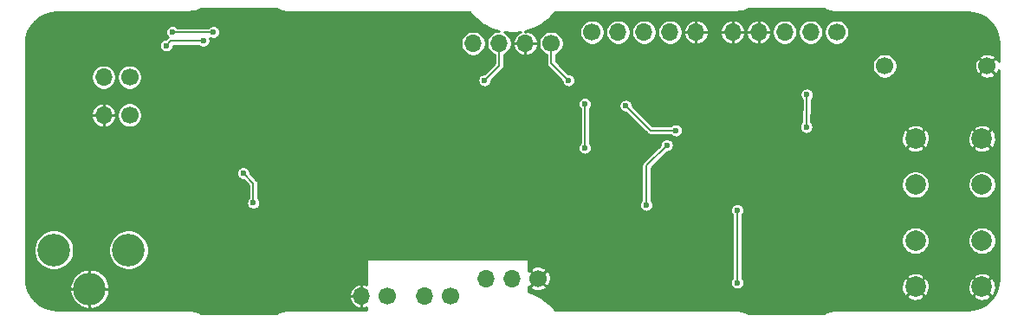
<source format=gbr>
G04 #@! TF.GenerationSoftware,KiCad,Pcbnew,(5.1.5-0-10_14)*
G04 #@! TF.CreationDate,2020-05-10T15:33:43-07:00*
G04 #@! TF.ProjectId,control_module,636f6e74-726f-46c5-9f6d-6f64756c652e,rev?*
G04 #@! TF.SameCoordinates,Original*
G04 #@! TF.FileFunction,Copper,L2,Bot*
G04 #@! TF.FilePolarity,Positive*
%FSLAX46Y46*%
G04 Gerber Fmt 4.6, Leading zero omitted, Abs format (unit mm)*
G04 Created by KiCad (PCBNEW (5.1.5-0-10_14)) date 2020-05-10 15:33:43*
%MOMM*%
%LPD*%
G04 APERTURE LIST*
%ADD10O,1.700000X1.700000*%
%ADD11C,1.700000*%
%ADD12C,2.000000*%
%ADD13O,3.200000X3.200000*%
%ADD14C,0.600000*%
%ADD15C,0.200000*%
%ADD16C,0.250000*%
G04 APERTURE END LIST*
D10*
X91460000Y-78200000D03*
D11*
X94000000Y-78200000D03*
D10*
X60060000Y-56800000D03*
D11*
X62600000Y-56800000D03*
D10*
X60060000Y-60500000D03*
D11*
X62600000Y-60500000D03*
D10*
X85260000Y-78200000D03*
D11*
X87800000Y-78200000D03*
D10*
X117960000Y-52400000D03*
X115420000Y-52400000D03*
X112880000Y-52400000D03*
X110340000Y-52400000D03*
D11*
X107800000Y-52400000D03*
D10*
X121540000Y-52400000D03*
X124080000Y-52400000D03*
X126620000Y-52400000D03*
X129160000Y-52400000D03*
D11*
X131700000Y-52400000D03*
D12*
X145900000Y-62800000D03*
X145900000Y-67300000D03*
X139400000Y-62800000D03*
X139400000Y-67300000D03*
X139400000Y-77300000D03*
X139400000Y-72800000D03*
X145900000Y-77300000D03*
X145900000Y-72800000D03*
D10*
X96190000Y-53500000D03*
X98730000Y-53500000D03*
X101270000Y-53500000D03*
D11*
X103810000Y-53500000D03*
D10*
X97460000Y-76500000D03*
X100000000Y-76500000D03*
D11*
X102540000Y-76500000D03*
X146400000Y-55700000D03*
X136400000Y-55700000D03*
D13*
X55200000Y-73700000D03*
X58700000Y-77500000D03*
X62500000Y-73700000D03*
D14*
X105600000Y-61500000D03*
X86300000Y-68350000D03*
X74750000Y-70400000D03*
X88750000Y-54100000D03*
X101299990Y-61500000D03*
X69800000Y-73050000D03*
X67350000Y-71950000D03*
X67300000Y-59200000D03*
X83500000Y-55500000D03*
X82900000Y-55500000D03*
X82300000Y-55500000D03*
X78500000Y-74100000D03*
X82000000Y-69700000D03*
X67500000Y-64500000D03*
X82200000Y-65900000D03*
X125000000Y-70000000D03*
X113900000Y-69800000D03*
X132200000Y-76900000D03*
X131300000Y-69600000D03*
X115800000Y-59900000D03*
X120600000Y-60700000D03*
X115000000Y-64700000D03*
X105600000Y-66800000D03*
X118550000Y-65200000D03*
X105600012Y-70900000D03*
X73900000Y-54800000D03*
X75400000Y-54800000D03*
X76900000Y-54800000D03*
X73900000Y-56300000D03*
X75400000Y-56300000D03*
X76900000Y-56300000D03*
X73900000Y-57800000D03*
X75400000Y-57800000D03*
X76900000Y-57800000D03*
X73900000Y-59300000D03*
X75400000Y-59300000D03*
X76900000Y-59300000D03*
X73900000Y-60800000D03*
X75400000Y-60800000D03*
X76900000Y-60800000D03*
X73900000Y-62300000D03*
X75400000Y-62300000D03*
X76900000Y-62300000D03*
X111100000Y-59600000D03*
X116000000Y-62000000D03*
X105500000Y-57100000D03*
X97300000Y-57100000D03*
X107100000Y-63700000D03*
X107100000Y-59400000D03*
X122000000Y-76900000D03*
X122000000Y-69800000D03*
X128800000Y-58500000D03*
X128737500Y-61662500D03*
X70800000Y-52400000D03*
X66800000Y-52400000D03*
X73700000Y-66200000D03*
X74700000Y-69099994D03*
X66200000Y-53700000D03*
X69800000Y-53250000D03*
X115100000Y-63450000D03*
X113100006Y-69300000D03*
D15*
X69300000Y-54200000D02*
X68900000Y-54200000D01*
X111100000Y-59600000D02*
X113500000Y-62000000D01*
X113500000Y-62000000D02*
X116000000Y-62000000D01*
X103810000Y-55410000D02*
X105500000Y-57100000D01*
X103810000Y-53500000D02*
X103810000Y-55410000D01*
X98730000Y-55670000D02*
X97300000Y-57100000D01*
X98730000Y-53500000D02*
X98730000Y-55670000D01*
X107100000Y-63700000D02*
X107100000Y-59400000D01*
X122000000Y-76900000D02*
X122000000Y-69900000D01*
X122000000Y-69900000D02*
X122000000Y-69700000D01*
X128800000Y-60200000D02*
X128737500Y-60262500D01*
X128737500Y-60262500D02*
X128737500Y-61662500D01*
X128800000Y-58500000D02*
X128800000Y-60200000D01*
X70800000Y-52400000D02*
X66800000Y-52400000D01*
X73700000Y-66200000D02*
X74700000Y-67200000D01*
X74700000Y-67200000D02*
X74700000Y-69099994D01*
X66650000Y-53250000D02*
X66200000Y-53700000D01*
X69800000Y-53250000D02*
X66650000Y-53250000D01*
X113100006Y-65449994D02*
X113100006Y-69300000D01*
X115100000Y-63450000D02*
X113100006Y-65449994D01*
D16*
G36*
X77086062Y-50208692D02*
G01*
X77123777Y-50224237D01*
X77161257Y-50240301D01*
X77167260Y-50242159D01*
X77634349Y-50383182D01*
X77674415Y-50391115D01*
X77714253Y-50399583D01*
X77720500Y-50400240D01*
X77720502Y-50400240D01*
X78205433Y-50447788D01*
X78227895Y-50450000D01*
X95782686Y-50450000D01*
X95791113Y-50459763D01*
X96409740Y-51098136D01*
X96420458Y-51107387D01*
X96430041Y-51117809D01*
X96470303Y-51150413D01*
X97192199Y-51669148D01*
X97204387Y-51676355D01*
X97215663Y-51684915D01*
X97261063Y-51709873D01*
X98063410Y-52092573D01*
X98076679Y-52097508D01*
X98089295Y-52103936D01*
X98138397Y-52120461D01*
X98703296Y-52275000D01*
X98609348Y-52275000D01*
X98372681Y-52322076D01*
X98149745Y-52414419D01*
X97949108Y-52548481D01*
X97778481Y-52719108D01*
X97644419Y-52919745D01*
X97552076Y-53142681D01*
X97505000Y-53379348D01*
X97505000Y-53620652D01*
X97552076Y-53857319D01*
X97644419Y-54080255D01*
X97778481Y-54280892D01*
X97949108Y-54451519D01*
X98149745Y-54585581D01*
X98255001Y-54629179D01*
X98255001Y-55473248D01*
X97303250Y-56425000D01*
X97233518Y-56425000D01*
X97103110Y-56450940D01*
X96980268Y-56501823D01*
X96869713Y-56575693D01*
X96775693Y-56669713D01*
X96701823Y-56780268D01*
X96650940Y-56903110D01*
X96625000Y-57033518D01*
X96625000Y-57166482D01*
X96650940Y-57296890D01*
X96701823Y-57419732D01*
X96775693Y-57530287D01*
X96869713Y-57624307D01*
X96980268Y-57698177D01*
X97103110Y-57749060D01*
X97233518Y-57775000D01*
X97366482Y-57775000D01*
X97496890Y-57749060D01*
X97619732Y-57698177D01*
X97730287Y-57624307D01*
X97824307Y-57530287D01*
X97898177Y-57419732D01*
X97949060Y-57296890D01*
X97975000Y-57166482D01*
X97975000Y-57096750D01*
X99049371Y-56022380D01*
X99067501Y-56007501D01*
X99126859Y-55935173D01*
X99170966Y-55852654D01*
X99198127Y-55763116D01*
X99205000Y-55693332D01*
X99207298Y-55670001D01*
X99205000Y-55646669D01*
X99205000Y-54629179D01*
X99310255Y-54585581D01*
X99510892Y-54451519D01*
X99681519Y-54280892D01*
X99815581Y-54080255D01*
X99907924Y-53857319D01*
X99940782Y-53692126D01*
X100060160Y-53692126D01*
X100120889Y-53924462D01*
X100225777Y-54140487D01*
X100370794Y-54331898D01*
X100550367Y-54491340D01*
X100757595Y-54612685D01*
X100984515Y-54691270D01*
X101077874Y-54709840D01*
X101269500Y-54631250D01*
X101269500Y-53500500D01*
X101270500Y-53500500D01*
X101270500Y-54631250D01*
X101462126Y-54709840D01*
X101555485Y-54691270D01*
X101782405Y-54612685D01*
X101989633Y-54491340D01*
X102169206Y-54331898D01*
X102314223Y-54140487D01*
X102419111Y-53924462D01*
X102479840Y-53692126D01*
X102401250Y-53500500D01*
X101270500Y-53500500D01*
X101269500Y-53500500D01*
X100138750Y-53500500D01*
X100060160Y-53692126D01*
X99940782Y-53692126D01*
X99955000Y-53620652D01*
X99955000Y-53379348D01*
X99907924Y-53142681D01*
X99815581Y-52919745D01*
X99681519Y-52719108D01*
X99510892Y-52548481D01*
X99310255Y-52414419D01*
X99235819Y-52383587D01*
X99959997Y-52448218D01*
X99964694Y-52448218D01*
X100008364Y-52449922D01*
X100194208Y-52446467D01*
X100198880Y-52445962D01*
X100242478Y-52442967D01*
X100801784Y-52372012D01*
X100757595Y-52387315D01*
X100550367Y-52508660D01*
X100370794Y-52668102D01*
X100225777Y-52859513D01*
X100120889Y-53075538D01*
X100060160Y-53307874D01*
X100138750Y-53499500D01*
X101269500Y-53499500D01*
X101269500Y-53479500D01*
X101270500Y-53479500D01*
X101270500Y-53499500D01*
X102401250Y-53499500D01*
X102450526Y-53379348D01*
X102585000Y-53379348D01*
X102585000Y-53620652D01*
X102632076Y-53857319D01*
X102724419Y-54080255D01*
X102858481Y-54280892D01*
X103029108Y-54451519D01*
X103229745Y-54585581D01*
X103335001Y-54629179D01*
X103335001Y-55386658D01*
X103332702Y-55410000D01*
X103341873Y-55503116D01*
X103364999Y-55579348D01*
X103369035Y-55592654D01*
X103413142Y-55675173D01*
X103472500Y-55747501D01*
X103490629Y-55762379D01*
X104825000Y-57096751D01*
X104825000Y-57166482D01*
X104850940Y-57296890D01*
X104901823Y-57419732D01*
X104975693Y-57530287D01*
X105069713Y-57624307D01*
X105180268Y-57698177D01*
X105303110Y-57749060D01*
X105433518Y-57775000D01*
X105566482Y-57775000D01*
X105696890Y-57749060D01*
X105819732Y-57698177D01*
X105930287Y-57624307D01*
X106024307Y-57530287D01*
X106098177Y-57419732D01*
X106149060Y-57296890D01*
X106175000Y-57166482D01*
X106175000Y-57033518D01*
X106149060Y-56903110D01*
X106098177Y-56780268D01*
X106024307Y-56669713D01*
X105930287Y-56575693D01*
X105819732Y-56501823D01*
X105696890Y-56450940D01*
X105566482Y-56425000D01*
X105496751Y-56425000D01*
X104651099Y-55579348D01*
X135175000Y-55579348D01*
X135175000Y-55820652D01*
X135222076Y-56057319D01*
X135314419Y-56280255D01*
X135448481Y-56480892D01*
X135619108Y-56651519D01*
X135819745Y-56785581D01*
X136042681Y-56877924D01*
X136279348Y-56925000D01*
X136520652Y-56925000D01*
X136757319Y-56877924D01*
X136980255Y-56785581D01*
X137180892Y-56651519D01*
X137327952Y-56504459D01*
X145596248Y-56504459D01*
X145676884Y-56696135D01*
X145885115Y-56818067D01*
X146113132Y-56897033D01*
X146352174Y-56929998D01*
X146593054Y-56915694D01*
X146826514Y-56854671D01*
X147043584Y-56749276D01*
X147123116Y-56696135D01*
X147203752Y-56504459D01*
X146400000Y-55700707D01*
X145596248Y-56504459D01*
X137327952Y-56504459D01*
X137351519Y-56480892D01*
X137485581Y-56280255D01*
X137577924Y-56057319D01*
X137625000Y-55820652D01*
X137625000Y-55652174D01*
X145170002Y-55652174D01*
X145184306Y-55893054D01*
X145245329Y-56126514D01*
X145350724Y-56343584D01*
X145403865Y-56423116D01*
X145595541Y-56503752D01*
X146399293Y-55700000D01*
X145595541Y-54896248D01*
X145403865Y-54976884D01*
X145281933Y-55185115D01*
X145202967Y-55413132D01*
X145170002Y-55652174D01*
X137625000Y-55652174D01*
X137625000Y-55579348D01*
X137577924Y-55342681D01*
X137485581Y-55119745D01*
X137351519Y-54919108D01*
X137327952Y-54895541D01*
X145596248Y-54895541D01*
X146400000Y-55699293D01*
X147203752Y-54895541D01*
X147123116Y-54703865D01*
X146914885Y-54581933D01*
X146686868Y-54502967D01*
X146447826Y-54470002D01*
X146206946Y-54484306D01*
X145973486Y-54545329D01*
X145756416Y-54650724D01*
X145676884Y-54703865D01*
X145596248Y-54895541D01*
X137327952Y-54895541D01*
X137180892Y-54748481D01*
X136980255Y-54614419D01*
X136757319Y-54522076D01*
X136520652Y-54475000D01*
X136279348Y-54475000D01*
X136042681Y-54522076D01*
X135819745Y-54614419D01*
X135619108Y-54748481D01*
X135448481Y-54919108D01*
X135314419Y-55119745D01*
X135222076Y-55342681D01*
X135175000Y-55579348D01*
X104651099Y-55579348D01*
X104285000Y-55213250D01*
X104285000Y-54629179D01*
X104390255Y-54585581D01*
X104590892Y-54451519D01*
X104761519Y-54280892D01*
X104895581Y-54080255D01*
X104987924Y-53857319D01*
X105035000Y-53620652D01*
X105035000Y-53379348D01*
X104987924Y-53142681D01*
X104895581Y-52919745D01*
X104761519Y-52719108D01*
X104590892Y-52548481D01*
X104390255Y-52414419D01*
X104167319Y-52322076D01*
X103952511Y-52279348D01*
X106575000Y-52279348D01*
X106575000Y-52520652D01*
X106622076Y-52757319D01*
X106714419Y-52980255D01*
X106848481Y-53180892D01*
X107019108Y-53351519D01*
X107219745Y-53485581D01*
X107442681Y-53577924D01*
X107679348Y-53625000D01*
X107920652Y-53625000D01*
X108157319Y-53577924D01*
X108380255Y-53485581D01*
X108580892Y-53351519D01*
X108751519Y-53180892D01*
X108885581Y-52980255D01*
X108977924Y-52757319D01*
X109025000Y-52520652D01*
X109025000Y-52279348D01*
X109115000Y-52279348D01*
X109115000Y-52520652D01*
X109162076Y-52757319D01*
X109254419Y-52980255D01*
X109388481Y-53180892D01*
X109559108Y-53351519D01*
X109759745Y-53485581D01*
X109982681Y-53577924D01*
X110219348Y-53625000D01*
X110460652Y-53625000D01*
X110697319Y-53577924D01*
X110920255Y-53485581D01*
X111120892Y-53351519D01*
X111291519Y-53180892D01*
X111425581Y-52980255D01*
X111517924Y-52757319D01*
X111565000Y-52520652D01*
X111565000Y-52279348D01*
X111655000Y-52279348D01*
X111655000Y-52520652D01*
X111702076Y-52757319D01*
X111794419Y-52980255D01*
X111928481Y-53180892D01*
X112099108Y-53351519D01*
X112299745Y-53485581D01*
X112522681Y-53577924D01*
X112759348Y-53625000D01*
X113000652Y-53625000D01*
X113237319Y-53577924D01*
X113460255Y-53485581D01*
X113660892Y-53351519D01*
X113831519Y-53180892D01*
X113965581Y-52980255D01*
X114057924Y-52757319D01*
X114105000Y-52520652D01*
X114105000Y-52279348D01*
X114195000Y-52279348D01*
X114195000Y-52520652D01*
X114242076Y-52757319D01*
X114334419Y-52980255D01*
X114468481Y-53180892D01*
X114639108Y-53351519D01*
X114839745Y-53485581D01*
X115062681Y-53577924D01*
X115299348Y-53625000D01*
X115540652Y-53625000D01*
X115777319Y-53577924D01*
X116000255Y-53485581D01*
X116200892Y-53351519D01*
X116371519Y-53180892D01*
X116505581Y-52980255D01*
X116597924Y-52757319D01*
X116630782Y-52592126D01*
X116750160Y-52592126D01*
X116810889Y-52824462D01*
X116915777Y-53040487D01*
X117060794Y-53231898D01*
X117240367Y-53391340D01*
X117447595Y-53512685D01*
X117674515Y-53591270D01*
X117767874Y-53609840D01*
X117959500Y-53531250D01*
X117959500Y-52400500D01*
X117960500Y-52400500D01*
X117960500Y-53531250D01*
X118152126Y-53609840D01*
X118245485Y-53591270D01*
X118472405Y-53512685D01*
X118679633Y-53391340D01*
X118859206Y-53231898D01*
X119004223Y-53040487D01*
X119109111Y-52824462D01*
X119169840Y-52592126D01*
X120330160Y-52592126D01*
X120390889Y-52824462D01*
X120495777Y-53040487D01*
X120640794Y-53231898D01*
X120820367Y-53391340D01*
X121027595Y-53512685D01*
X121254515Y-53591270D01*
X121347874Y-53609840D01*
X121539500Y-53531250D01*
X121539500Y-52400500D01*
X121540500Y-52400500D01*
X121540500Y-53531250D01*
X121732126Y-53609840D01*
X121825485Y-53591270D01*
X122052405Y-53512685D01*
X122259633Y-53391340D01*
X122439206Y-53231898D01*
X122584223Y-53040487D01*
X122689111Y-52824462D01*
X122749840Y-52592126D01*
X122870160Y-52592126D01*
X122930889Y-52824462D01*
X123035777Y-53040487D01*
X123180794Y-53231898D01*
X123360367Y-53391340D01*
X123567595Y-53512685D01*
X123794515Y-53591270D01*
X123887874Y-53609840D01*
X124079500Y-53531250D01*
X124079500Y-52400500D01*
X124080500Y-52400500D01*
X124080500Y-53531250D01*
X124272126Y-53609840D01*
X124365485Y-53591270D01*
X124592405Y-53512685D01*
X124799633Y-53391340D01*
X124979206Y-53231898D01*
X125124223Y-53040487D01*
X125229111Y-52824462D01*
X125289840Y-52592126D01*
X125211250Y-52400500D01*
X124080500Y-52400500D01*
X124079500Y-52400500D01*
X122948750Y-52400500D01*
X122870160Y-52592126D01*
X122749840Y-52592126D01*
X122671250Y-52400500D01*
X121540500Y-52400500D01*
X121539500Y-52400500D01*
X120408750Y-52400500D01*
X120330160Y-52592126D01*
X119169840Y-52592126D01*
X119091250Y-52400500D01*
X117960500Y-52400500D01*
X117959500Y-52400500D01*
X116828750Y-52400500D01*
X116750160Y-52592126D01*
X116630782Y-52592126D01*
X116645000Y-52520652D01*
X116645000Y-52279348D01*
X116630783Y-52207874D01*
X116750160Y-52207874D01*
X116828750Y-52399500D01*
X117959500Y-52399500D01*
X117959500Y-51268750D01*
X117960500Y-51268750D01*
X117960500Y-52399500D01*
X119091250Y-52399500D01*
X119169840Y-52207874D01*
X120330160Y-52207874D01*
X120408750Y-52399500D01*
X121539500Y-52399500D01*
X121539500Y-51268750D01*
X121540500Y-51268750D01*
X121540500Y-52399500D01*
X122671250Y-52399500D01*
X122749840Y-52207874D01*
X122870160Y-52207874D01*
X122948750Y-52399500D01*
X124079500Y-52399500D01*
X124079500Y-51268750D01*
X124080500Y-51268750D01*
X124080500Y-52399500D01*
X125211250Y-52399500D01*
X125260526Y-52279348D01*
X125395000Y-52279348D01*
X125395000Y-52520652D01*
X125442076Y-52757319D01*
X125534419Y-52980255D01*
X125668481Y-53180892D01*
X125839108Y-53351519D01*
X126039745Y-53485581D01*
X126262681Y-53577924D01*
X126499348Y-53625000D01*
X126740652Y-53625000D01*
X126977319Y-53577924D01*
X127200255Y-53485581D01*
X127400892Y-53351519D01*
X127571519Y-53180892D01*
X127705581Y-52980255D01*
X127797924Y-52757319D01*
X127845000Y-52520652D01*
X127845000Y-52279348D01*
X127935000Y-52279348D01*
X127935000Y-52520652D01*
X127982076Y-52757319D01*
X128074419Y-52980255D01*
X128208481Y-53180892D01*
X128379108Y-53351519D01*
X128579745Y-53485581D01*
X128802681Y-53577924D01*
X129039348Y-53625000D01*
X129280652Y-53625000D01*
X129517319Y-53577924D01*
X129740255Y-53485581D01*
X129940892Y-53351519D01*
X130111519Y-53180892D01*
X130245581Y-52980255D01*
X130337924Y-52757319D01*
X130385000Y-52520652D01*
X130385000Y-52279348D01*
X130475000Y-52279348D01*
X130475000Y-52520652D01*
X130522076Y-52757319D01*
X130614419Y-52980255D01*
X130748481Y-53180892D01*
X130919108Y-53351519D01*
X131119745Y-53485581D01*
X131342681Y-53577924D01*
X131579348Y-53625000D01*
X131820652Y-53625000D01*
X132057319Y-53577924D01*
X132280255Y-53485581D01*
X132480892Y-53351519D01*
X132651519Y-53180892D01*
X132785581Y-52980255D01*
X132877924Y-52757319D01*
X132925000Y-52520652D01*
X132925000Y-52279348D01*
X132877924Y-52042681D01*
X132785581Y-51819745D01*
X132651519Y-51619108D01*
X132480892Y-51448481D01*
X132280255Y-51314419D01*
X132057319Y-51222076D01*
X131820652Y-51175000D01*
X131579348Y-51175000D01*
X131342681Y-51222076D01*
X131119745Y-51314419D01*
X130919108Y-51448481D01*
X130748481Y-51619108D01*
X130614419Y-51819745D01*
X130522076Y-52042681D01*
X130475000Y-52279348D01*
X130385000Y-52279348D01*
X130337924Y-52042681D01*
X130245581Y-51819745D01*
X130111519Y-51619108D01*
X129940892Y-51448481D01*
X129740255Y-51314419D01*
X129517319Y-51222076D01*
X129280652Y-51175000D01*
X129039348Y-51175000D01*
X128802681Y-51222076D01*
X128579745Y-51314419D01*
X128379108Y-51448481D01*
X128208481Y-51619108D01*
X128074419Y-51819745D01*
X127982076Y-52042681D01*
X127935000Y-52279348D01*
X127845000Y-52279348D01*
X127797924Y-52042681D01*
X127705581Y-51819745D01*
X127571519Y-51619108D01*
X127400892Y-51448481D01*
X127200255Y-51314419D01*
X126977319Y-51222076D01*
X126740652Y-51175000D01*
X126499348Y-51175000D01*
X126262681Y-51222076D01*
X126039745Y-51314419D01*
X125839108Y-51448481D01*
X125668481Y-51619108D01*
X125534419Y-51819745D01*
X125442076Y-52042681D01*
X125395000Y-52279348D01*
X125260526Y-52279348D01*
X125289840Y-52207874D01*
X125229111Y-51975538D01*
X125124223Y-51759513D01*
X124979206Y-51568102D01*
X124799633Y-51408660D01*
X124592405Y-51287315D01*
X124365485Y-51208730D01*
X124272126Y-51190160D01*
X124080500Y-51268750D01*
X124079500Y-51268750D01*
X123887874Y-51190160D01*
X123794515Y-51208730D01*
X123567595Y-51287315D01*
X123360367Y-51408660D01*
X123180794Y-51568102D01*
X123035777Y-51759513D01*
X122930889Y-51975538D01*
X122870160Y-52207874D01*
X122749840Y-52207874D01*
X122689111Y-51975538D01*
X122584223Y-51759513D01*
X122439206Y-51568102D01*
X122259633Y-51408660D01*
X122052405Y-51287315D01*
X121825485Y-51208730D01*
X121732126Y-51190160D01*
X121540500Y-51268750D01*
X121539500Y-51268750D01*
X121347874Y-51190160D01*
X121254515Y-51208730D01*
X121027595Y-51287315D01*
X120820367Y-51408660D01*
X120640794Y-51568102D01*
X120495777Y-51759513D01*
X120390889Y-51975538D01*
X120330160Y-52207874D01*
X119169840Y-52207874D01*
X119109111Y-51975538D01*
X119004223Y-51759513D01*
X118859206Y-51568102D01*
X118679633Y-51408660D01*
X118472405Y-51287315D01*
X118245485Y-51208730D01*
X118152126Y-51190160D01*
X117960500Y-51268750D01*
X117959500Y-51268750D01*
X117767874Y-51190160D01*
X117674515Y-51208730D01*
X117447595Y-51287315D01*
X117240367Y-51408660D01*
X117060794Y-51568102D01*
X116915777Y-51759513D01*
X116810889Y-51975538D01*
X116750160Y-52207874D01*
X116630783Y-52207874D01*
X116597924Y-52042681D01*
X116505581Y-51819745D01*
X116371519Y-51619108D01*
X116200892Y-51448481D01*
X116000255Y-51314419D01*
X115777319Y-51222076D01*
X115540652Y-51175000D01*
X115299348Y-51175000D01*
X115062681Y-51222076D01*
X114839745Y-51314419D01*
X114639108Y-51448481D01*
X114468481Y-51619108D01*
X114334419Y-51819745D01*
X114242076Y-52042681D01*
X114195000Y-52279348D01*
X114105000Y-52279348D01*
X114057924Y-52042681D01*
X113965581Y-51819745D01*
X113831519Y-51619108D01*
X113660892Y-51448481D01*
X113460255Y-51314419D01*
X113237319Y-51222076D01*
X113000652Y-51175000D01*
X112759348Y-51175000D01*
X112522681Y-51222076D01*
X112299745Y-51314419D01*
X112099108Y-51448481D01*
X111928481Y-51619108D01*
X111794419Y-51819745D01*
X111702076Y-52042681D01*
X111655000Y-52279348D01*
X111565000Y-52279348D01*
X111517924Y-52042681D01*
X111425581Y-51819745D01*
X111291519Y-51619108D01*
X111120892Y-51448481D01*
X110920255Y-51314419D01*
X110697319Y-51222076D01*
X110460652Y-51175000D01*
X110219348Y-51175000D01*
X109982681Y-51222076D01*
X109759745Y-51314419D01*
X109559108Y-51448481D01*
X109388481Y-51619108D01*
X109254419Y-51819745D01*
X109162076Y-52042681D01*
X109115000Y-52279348D01*
X109025000Y-52279348D01*
X108977924Y-52042681D01*
X108885581Y-51819745D01*
X108751519Y-51619108D01*
X108580892Y-51448481D01*
X108380255Y-51314419D01*
X108157319Y-51222076D01*
X107920652Y-51175000D01*
X107679348Y-51175000D01*
X107442681Y-51222076D01*
X107219745Y-51314419D01*
X107019108Y-51448481D01*
X106848481Y-51619108D01*
X106714419Y-51819745D01*
X106622076Y-52042681D01*
X106575000Y-52279348D01*
X103952511Y-52279348D01*
X103930652Y-52275000D01*
X103689348Y-52275000D01*
X103452681Y-52322076D01*
X103229745Y-52414419D01*
X103029108Y-52548481D01*
X102858481Y-52719108D01*
X102724419Y-52919745D01*
X102632076Y-53142681D01*
X102585000Y-53379348D01*
X102450526Y-53379348D01*
X102479840Y-53307874D01*
X102419111Y-53075538D01*
X102314223Y-52859513D01*
X102169206Y-52668102D01*
X101989633Y-52508660D01*
X101782405Y-52387315D01*
X101555485Y-52308730D01*
X101462126Y-52290160D01*
X101270502Y-52368749D01*
X101270502Y-52292659D01*
X102050638Y-52047729D01*
X102063710Y-52042306D01*
X102077330Y-52038419D01*
X102124537Y-52017074D01*
X102912105Y-51604816D01*
X102924014Y-51597162D01*
X102936726Y-51590926D01*
X102979407Y-51561559D01*
X103681523Y-51016351D01*
X103691887Y-51006710D01*
X103703296Y-50998320D01*
X103740101Y-50961859D01*
X104200494Y-50450000D01*
X121772105Y-50450000D01*
X121792636Y-50447978D01*
X121808238Y-50448087D01*
X121814491Y-50447474D01*
X122299733Y-50396473D01*
X122339692Y-50388270D01*
X122379748Y-50380629D01*
X122385763Y-50378813D01*
X122851857Y-50234533D01*
X122889460Y-50218726D01*
X122927272Y-50203449D01*
X122932820Y-50200500D01*
X123072454Y-50125000D01*
X130428661Y-50125000D01*
X130586062Y-50208692D01*
X130623777Y-50224237D01*
X130661257Y-50240301D01*
X130667260Y-50242159D01*
X131134349Y-50383182D01*
X131174415Y-50391115D01*
X131214253Y-50399583D01*
X131220500Y-50400240D01*
X131220502Y-50400240D01*
X131705433Y-50447788D01*
X131727895Y-50450000D01*
X144477995Y-50450000D01*
X145091993Y-50510203D01*
X145661446Y-50682131D01*
X146186650Y-50961388D01*
X146647613Y-51337339D01*
X147026776Y-51795668D01*
X147309694Y-52318916D01*
X147485590Y-52887143D01*
X147549997Y-53499935D01*
X147550000Y-53500703D01*
X147550000Y-55263866D01*
X147449276Y-55056416D01*
X147396135Y-54976884D01*
X147204459Y-54896248D01*
X146400707Y-55700000D01*
X147204459Y-56503752D01*
X147396135Y-56423116D01*
X147518067Y-56214885D01*
X147550000Y-56122677D01*
X147550001Y-76477985D01*
X147489797Y-77091993D01*
X147317869Y-77661445D01*
X147038613Y-78186648D01*
X146662661Y-78647613D01*
X146204330Y-79026777D01*
X145681085Y-79309694D01*
X145112857Y-79485590D01*
X144500065Y-79549997D01*
X144499297Y-79550000D01*
X131727895Y-79550000D01*
X131707364Y-79552022D01*
X131691763Y-79551913D01*
X131685509Y-79552526D01*
X131200267Y-79603527D01*
X131160283Y-79611735D01*
X131120251Y-79619371D01*
X131114236Y-79621187D01*
X130648143Y-79765467D01*
X130610554Y-79781268D01*
X130572727Y-79796551D01*
X130567180Y-79799500D01*
X130427546Y-79875000D01*
X123071338Y-79875000D01*
X122913938Y-79791309D01*
X122876218Y-79775761D01*
X122838742Y-79759699D01*
X122832744Y-79757842D01*
X122832738Y-79757840D01*
X122365650Y-79616818D01*
X122325592Y-79608886D01*
X122285747Y-79600417D01*
X122279499Y-79599760D01*
X121794566Y-79552212D01*
X121772105Y-79550000D01*
X104217314Y-79550000D01*
X104208887Y-79540237D01*
X103590260Y-78901864D01*
X103579542Y-78892613D01*
X103569959Y-78882191D01*
X103529696Y-78849587D01*
X102807801Y-78330852D01*
X102795613Y-78323645D01*
X102784337Y-78315085D01*
X102738937Y-78290127D01*
X102573124Y-78211038D01*
X138489669Y-78211038D01*
X138588289Y-78418074D01*
X138822012Y-78554948D01*
X139077946Y-78643594D01*
X139346256Y-78680607D01*
X139616632Y-78664563D01*
X139878682Y-78596081D01*
X140122337Y-78477790D01*
X140211711Y-78418074D01*
X140310331Y-78211038D01*
X144989669Y-78211038D01*
X145088289Y-78418074D01*
X145322012Y-78554948D01*
X145577946Y-78643594D01*
X145846256Y-78680607D01*
X146116632Y-78664563D01*
X146378682Y-78596081D01*
X146622337Y-78477790D01*
X146711711Y-78418074D01*
X146810331Y-78211038D01*
X145900000Y-77300707D01*
X144989669Y-78211038D01*
X140310331Y-78211038D01*
X139400000Y-77300707D01*
X138489669Y-78211038D01*
X102573124Y-78211038D01*
X101936590Y-77907427D01*
X101923324Y-77902493D01*
X101910704Y-77896063D01*
X101861613Y-77879543D01*
X101861603Y-77879539D01*
X101861600Y-77879538D01*
X101624256Y-77814609D01*
X101623351Y-77304459D01*
X101736248Y-77304459D01*
X101816884Y-77496135D01*
X102025115Y-77618067D01*
X102253132Y-77697033D01*
X102492174Y-77729998D01*
X102733054Y-77715694D01*
X102966514Y-77654671D01*
X103183584Y-77549276D01*
X103263116Y-77496135D01*
X103343752Y-77304459D01*
X102540000Y-76500707D01*
X101736248Y-77304459D01*
X101623351Y-77304459D01*
X101623265Y-77256519D01*
X101735541Y-77303752D01*
X102539293Y-76500000D01*
X102540707Y-76500000D01*
X103344459Y-77303752D01*
X103536135Y-77223116D01*
X103658067Y-77014885D01*
X103737033Y-76786868D01*
X103769998Y-76547826D01*
X103755694Y-76306946D01*
X103694671Y-76073486D01*
X103589276Y-75856416D01*
X103536135Y-75776884D01*
X103344459Y-75696248D01*
X102540707Y-76500000D01*
X102539293Y-76500000D01*
X101735541Y-75696248D01*
X101620579Y-75744611D01*
X101620492Y-75695541D01*
X101736248Y-75695541D01*
X102540000Y-76499293D01*
X103343752Y-75695541D01*
X103263116Y-75503865D01*
X103054885Y-75381933D01*
X102826868Y-75302967D01*
X102587826Y-75270002D01*
X102346946Y-75284306D01*
X102113486Y-75345329D01*
X101896416Y-75450724D01*
X101816884Y-75503865D01*
X101736248Y-75695541D01*
X101620492Y-75695541D01*
X101618750Y-74715403D01*
X101616348Y-74691239D01*
X101609235Y-74667790D01*
X101597684Y-74646179D01*
X101582138Y-74627237D01*
X101563196Y-74611691D01*
X101541585Y-74600140D01*
X101518136Y-74593027D01*
X101493750Y-74590625D01*
X85918750Y-74590625D01*
X85894871Y-74592927D01*
X85871392Y-74599943D01*
X85849734Y-74611405D01*
X85830728Y-74626872D01*
X85815104Y-74645750D01*
X85803464Y-74667313D01*
X85796254Y-74690732D01*
X85793751Y-74715108D01*
X85783918Y-77094056D01*
X85772405Y-77087315D01*
X85545485Y-77008730D01*
X85452126Y-76990160D01*
X85260500Y-77068750D01*
X85260500Y-78199500D01*
X85280500Y-78199500D01*
X85280500Y-78200500D01*
X85260500Y-78200500D01*
X85260500Y-79331250D01*
X85452126Y-79409840D01*
X85545485Y-79391270D01*
X85772405Y-79312685D01*
X85774753Y-79311310D01*
X85773766Y-79550000D01*
X78227895Y-79550000D01*
X78207364Y-79552022D01*
X78191763Y-79551913D01*
X78185509Y-79552526D01*
X77700267Y-79603527D01*
X77660283Y-79611735D01*
X77620251Y-79619371D01*
X77614236Y-79621187D01*
X77148143Y-79765467D01*
X77110554Y-79781268D01*
X77072727Y-79796551D01*
X77067180Y-79799500D01*
X76927546Y-79875000D01*
X69571338Y-79875000D01*
X69413938Y-79791309D01*
X69376218Y-79775761D01*
X69338742Y-79759699D01*
X69332744Y-79757842D01*
X69332738Y-79757840D01*
X68865650Y-79616818D01*
X68825592Y-79608886D01*
X68785747Y-79600417D01*
X68779499Y-79599760D01*
X68294566Y-79552212D01*
X68272105Y-79550000D01*
X55522005Y-79550000D01*
X54908007Y-79489797D01*
X54338555Y-79317869D01*
X53813352Y-79038613D01*
X53352387Y-78662661D01*
X52973223Y-78204330D01*
X52759714Y-77809452D01*
X56749394Y-77809452D01*
X56847245Y-78184050D01*
X57016297Y-78532361D01*
X57250053Y-78840999D01*
X57539529Y-79098103D01*
X57873602Y-79293793D01*
X58239433Y-79420548D01*
X58390548Y-79450606D01*
X58699500Y-79381250D01*
X58699500Y-77500500D01*
X58700500Y-77500500D01*
X58700500Y-79381250D01*
X59009452Y-79450606D01*
X59160567Y-79420548D01*
X59526398Y-79293793D01*
X59860471Y-79098103D01*
X60149947Y-78840999D01*
X60383703Y-78532361D01*
X60451765Y-78392126D01*
X84050160Y-78392126D01*
X84110889Y-78624462D01*
X84215777Y-78840487D01*
X84360794Y-79031898D01*
X84540367Y-79191340D01*
X84747595Y-79312685D01*
X84974515Y-79391270D01*
X85067874Y-79409840D01*
X85259500Y-79331250D01*
X85259500Y-78200500D01*
X84128750Y-78200500D01*
X84050160Y-78392126D01*
X60451765Y-78392126D01*
X60552755Y-78184050D01*
X60598774Y-78007874D01*
X84050160Y-78007874D01*
X84128750Y-78199500D01*
X85259500Y-78199500D01*
X85259500Y-77068750D01*
X85067874Y-76990160D01*
X84974515Y-77008730D01*
X84747595Y-77087315D01*
X84540367Y-77208660D01*
X84360794Y-77368102D01*
X84215777Y-77559513D01*
X84110889Y-77775538D01*
X84050160Y-78007874D01*
X60598774Y-78007874D01*
X60650606Y-77809452D01*
X60581250Y-77500500D01*
X58700500Y-77500500D01*
X58699500Y-77500500D01*
X56818750Y-77500500D01*
X56749394Y-77809452D01*
X52759714Y-77809452D01*
X52690306Y-77681085D01*
X52538460Y-77190548D01*
X56749394Y-77190548D01*
X56818750Y-77499500D01*
X58699500Y-77499500D01*
X58699500Y-75618750D01*
X58700500Y-75618750D01*
X58700500Y-77499500D01*
X60581250Y-77499500D01*
X60650606Y-77190548D01*
X60552755Y-76815950D01*
X60383703Y-76467639D01*
X60149947Y-76159001D01*
X59860471Y-75901897D01*
X59526398Y-75706207D01*
X59160567Y-75579452D01*
X59009452Y-75549394D01*
X58700500Y-75618750D01*
X58699500Y-75618750D01*
X58390548Y-75549394D01*
X58239433Y-75579452D01*
X57873602Y-75706207D01*
X57539529Y-75901897D01*
X57250053Y-76159001D01*
X57016297Y-76467639D01*
X56847245Y-76815950D01*
X56749394Y-77190548D01*
X52538460Y-77190548D01*
X52514410Y-77112857D01*
X52450003Y-76500065D01*
X52450000Y-76499293D01*
X52450000Y-73505479D01*
X53225000Y-73505479D01*
X53225000Y-73894521D01*
X53300898Y-74276086D01*
X53449778Y-74635513D01*
X53665917Y-74958989D01*
X53941011Y-75234083D01*
X54264487Y-75450222D01*
X54623914Y-75599102D01*
X55005479Y-75675000D01*
X55394521Y-75675000D01*
X55776086Y-75599102D01*
X56135513Y-75450222D01*
X56458989Y-75234083D01*
X56734083Y-74958989D01*
X56950222Y-74635513D01*
X57099102Y-74276086D01*
X57175000Y-73894521D01*
X57175000Y-73505479D01*
X60525000Y-73505479D01*
X60525000Y-73894521D01*
X60600898Y-74276086D01*
X60749778Y-74635513D01*
X60965917Y-74958989D01*
X61241011Y-75234083D01*
X61564487Y-75450222D01*
X61923914Y-75599102D01*
X62305479Y-75675000D01*
X62694521Y-75675000D01*
X63076086Y-75599102D01*
X63435513Y-75450222D01*
X63758989Y-75234083D01*
X64034083Y-74958989D01*
X64250222Y-74635513D01*
X64399102Y-74276086D01*
X64475000Y-73894521D01*
X64475000Y-73505479D01*
X64399102Y-73123914D01*
X64250222Y-72764487D01*
X64034083Y-72441011D01*
X63758989Y-72165917D01*
X63435513Y-71949778D01*
X63076086Y-71800898D01*
X62694521Y-71725000D01*
X62305479Y-71725000D01*
X61923914Y-71800898D01*
X61564487Y-71949778D01*
X61241011Y-72165917D01*
X60965917Y-72441011D01*
X60749778Y-72764487D01*
X60600898Y-73123914D01*
X60525000Y-73505479D01*
X57175000Y-73505479D01*
X57099102Y-73123914D01*
X56950222Y-72764487D01*
X56734083Y-72441011D01*
X56458989Y-72165917D01*
X56135513Y-71949778D01*
X55776086Y-71800898D01*
X55394521Y-71725000D01*
X55005479Y-71725000D01*
X54623914Y-71800898D01*
X54264487Y-71949778D01*
X53941011Y-72165917D01*
X53665917Y-72441011D01*
X53449778Y-72764487D01*
X53300898Y-73123914D01*
X53225000Y-73505479D01*
X52450000Y-73505479D01*
X52450000Y-66133518D01*
X73025000Y-66133518D01*
X73025000Y-66266482D01*
X73050940Y-66396890D01*
X73101823Y-66519732D01*
X73175693Y-66630287D01*
X73269713Y-66724307D01*
X73380268Y-66798177D01*
X73503110Y-66849060D01*
X73633518Y-66875000D01*
X73703249Y-66875000D01*
X74225000Y-67396752D01*
X74225001Y-68620399D01*
X74175693Y-68669707D01*
X74101823Y-68780262D01*
X74050940Y-68903104D01*
X74025000Y-69033512D01*
X74025000Y-69166476D01*
X74050940Y-69296884D01*
X74101823Y-69419726D01*
X74175693Y-69530281D01*
X74269713Y-69624301D01*
X74380268Y-69698171D01*
X74503110Y-69749054D01*
X74633518Y-69774994D01*
X74766482Y-69774994D01*
X74896890Y-69749054D01*
X75019732Y-69698171D01*
X75130287Y-69624301D01*
X75224307Y-69530281D01*
X75298177Y-69419726D01*
X75349060Y-69296884D01*
X75361664Y-69233518D01*
X112425006Y-69233518D01*
X112425006Y-69366482D01*
X112450946Y-69496890D01*
X112501829Y-69619732D01*
X112575699Y-69730287D01*
X112669719Y-69824307D01*
X112780274Y-69898177D01*
X112903116Y-69949060D01*
X113033524Y-69975000D01*
X113166488Y-69975000D01*
X113296896Y-69949060D01*
X113419738Y-69898177D01*
X113530293Y-69824307D01*
X113621082Y-69733518D01*
X121325000Y-69733518D01*
X121325000Y-69866482D01*
X121350940Y-69996890D01*
X121401823Y-70119732D01*
X121475693Y-70230287D01*
X121525001Y-70279595D01*
X121525000Y-76420406D01*
X121475693Y-76469713D01*
X121401823Y-76580268D01*
X121350940Y-76703110D01*
X121325000Y-76833518D01*
X121325000Y-76966482D01*
X121350940Y-77096890D01*
X121401823Y-77219732D01*
X121475693Y-77330287D01*
X121569713Y-77424307D01*
X121680268Y-77498177D01*
X121803110Y-77549060D01*
X121933518Y-77575000D01*
X122066482Y-77575000D01*
X122196890Y-77549060D01*
X122319732Y-77498177D01*
X122430287Y-77424307D01*
X122524307Y-77330287D01*
X122580454Y-77246256D01*
X138019393Y-77246256D01*
X138035437Y-77516632D01*
X138103919Y-77778682D01*
X138222210Y-78022337D01*
X138281926Y-78111711D01*
X138488962Y-78210331D01*
X139399293Y-77300000D01*
X139400707Y-77300000D01*
X140311038Y-78210331D01*
X140518074Y-78111711D01*
X140654948Y-77877988D01*
X140743594Y-77622054D01*
X140780607Y-77353744D01*
X140774229Y-77246256D01*
X144519393Y-77246256D01*
X144535437Y-77516632D01*
X144603919Y-77778682D01*
X144722210Y-78022337D01*
X144781926Y-78111711D01*
X144988962Y-78210331D01*
X145899293Y-77300000D01*
X145900707Y-77300000D01*
X146811038Y-78210331D01*
X147018074Y-78111711D01*
X147154948Y-77877988D01*
X147243594Y-77622054D01*
X147280607Y-77353744D01*
X147264563Y-77083368D01*
X147196081Y-76821318D01*
X147077790Y-76577663D01*
X147018074Y-76488289D01*
X146811038Y-76389669D01*
X145900707Y-77300000D01*
X145899293Y-77300000D01*
X144988962Y-76389669D01*
X144781926Y-76488289D01*
X144645052Y-76722012D01*
X144556406Y-76977946D01*
X144519393Y-77246256D01*
X140774229Y-77246256D01*
X140764563Y-77083368D01*
X140696081Y-76821318D01*
X140577790Y-76577663D01*
X140518074Y-76488289D01*
X140311038Y-76389669D01*
X139400707Y-77300000D01*
X139399293Y-77300000D01*
X138488962Y-76389669D01*
X138281926Y-76488289D01*
X138145052Y-76722012D01*
X138056406Y-76977946D01*
X138019393Y-77246256D01*
X122580454Y-77246256D01*
X122598177Y-77219732D01*
X122649060Y-77096890D01*
X122675000Y-76966482D01*
X122675000Y-76833518D01*
X122649060Y-76703110D01*
X122598177Y-76580268D01*
X122524307Y-76469713D01*
X122475000Y-76420406D01*
X122475000Y-76388962D01*
X138489669Y-76388962D01*
X139400000Y-77299293D01*
X140310331Y-76388962D01*
X144989669Y-76388962D01*
X145900000Y-77299293D01*
X146810331Y-76388962D01*
X146711711Y-76181926D01*
X146477988Y-76045052D01*
X146222054Y-75956406D01*
X145953744Y-75919393D01*
X145683368Y-75935437D01*
X145421318Y-76003919D01*
X145177663Y-76122210D01*
X145088289Y-76181926D01*
X144989669Y-76388962D01*
X140310331Y-76388962D01*
X140211711Y-76181926D01*
X139977988Y-76045052D01*
X139722054Y-75956406D01*
X139453744Y-75919393D01*
X139183368Y-75935437D01*
X138921318Y-76003919D01*
X138677663Y-76122210D01*
X138588289Y-76181926D01*
X138489669Y-76388962D01*
X122475000Y-76388962D01*
X122475000Y-72664574D01*
X138025000Y-72664574D01*
X138025000Y-72935426D01*
X138077841Y-73201073D01*
X138181491Y-73451307D01*
X138331968Y-73676511D01*
X138523489Y-73868032D01*
X138748693Y-74018509D01*
X138998927Y-74122159D01*
X139264574Y-74175000D01*
X139535426Y-74175000D01*
X139801073Y-74122159D01*
X140051307Y-74018509D01*
X140276511Y-73868032D01*
X140468032Y-73676511D01*
X140618509Y-73451307D01*
X140722159Y-73201073D01*
X140775000Y-72935426D01*
X140775000Y-72664574D01*
X144525000Y-72664574D01*
X144525000Y-72935426D01*
X144577841Y-73201073D01*
X144681491Y-73451307D01*
X144831968Y-73676511D01*
X145023489Y-73868032D01*
X145248693Y-74018509D01*
X145498927Y-74122159D01*
X145764574Y-74175000D01*
X146035426Y-74175000D01*
X146301073Y-74122159D01*
X146551307Y-74018509D01*
X146776511Y-73868032D01*
X146968032Y-73676511D01*
X147118509Y-73451307D01*
X147222159Y-73201073D01*
X147275000Y-72935426D01*
X147275000Y-72664574D01*
X147222159Y-72398927D01*
X147118509Y-72148693D01*
X146968032Y-71923489D01*
X146776511Y-71731968D01*
X146551307Y-71581491D01*
X146301073Y-71477841D01*
X146035426Y-71425000D01*
X145764574Y-71425000D01*
X145498927Y-71477841D01*
X145248693Y-71581491D01*
X145023489Y-71731968D01*
X144831968Y-71923489D01*
X144681491Y-72148693D01*
X144577841Y-72398927D01*
X144525000Y-72664574D01*
X140775000Y-72664574D01*
X140722159Y-72398927D01*
X140618509Y-72148693D01*
X140468032Y-71923489D01*
X140276511Y-71731968D01*
X140051307Y-71581491D01*
X139801073Y-71477841D01*
X139535426Y-71425000D01*
X139264574Y-71425000D01*
X138998927Y-71477841D01*
X138748693Y-71581491D01*
X138523489Y-71731968D01*
X138331968Y-71923489D01*
X138181491Y-72148693D01*
X138077841Y-72398927D01*
X138025000Y-72664574D01*
X122475000Y-72664574D01*
X122475000Y-70279594D01*
X122524307Y-70230287D01*
X122598177Y-70119732D01*
X122649060Y-69996890D01*
X122675000Y-69866482D01*
X122675000Y-69733518D01*
X122649060Y-69603110D01*
X122598177Y-69480268D01*
X122524307Y-69369713D01*
X122430287Y-69275693D01*
X122319732Y-69201823D01*
X122196890Y-69150940D01*
X122066482Y-69125000D01*
X121933518Y-69125000D01*
X121803110Y-69150940D01*
X121680268Y-69201823D01*
X121569713Y-69275693D01*
X121475693Y-69369713D01*
X121401823Y-69480268D01*
X121350940Y-69603110D01*
X121325000Y-69733518D01*
X113621082Y-69733518D01*
X113624313Y-69730287D01*
X113698183Y-69619732D01*
X113749066Y-69496890D01*
X113775006Y-69366482D01*
X113775006Y-69233518D01*
X113749066Y-69103110D01*
X113698183Y-68980268D01*
X113624313Y-68869713D01*
X113575006Y-68820406D01*
X113575006Y-67164574D01*
X138025000Y-67164574D01*
X138025000Y-67435426D01*
X138077841Y-67701073D01*
X138181491Y-67951307D01*
X138331968Y-68176511D01*
X138523489Y-68368032D01*
X138748693Y-68518509D01*
X138998927Y-68622159D01*
X139264574Y-68675000D01*
X139535426Y-68675000D01*
X139801073Y-68622159D01*
X140051307Y-68518509D01*
X140276511Y-68368032D01*
X140468032Y-68176511D01*
X140618509Y-67951307D01*
X140722159Y-67701073D01*
X140775000Y-67435426D01*
X140775000Y-67164574D01*
X144525000Y-67164574D01*
X144525000Y-67435426D01*
X144577841Y-67701073D01*
X144681491Y-67951307D01*
X144831968Y-68176511D01*
X145023489Y-68368032D01*
X145248693Y-68518509D01*
X145498927Y-68622159D01*
X145764574Y-68675000D01*
X146035426Y-68675000D01*
X146301073Y-68622159D01*
X146551307Y-68518509D01*
X146776511Y-68368032D01*
X146968032Y-68176511D01*
X147118509Y-67951307D01*
X147222159Y-67701073D01*
X147275000Y-67435426D01*
X147275000Y-67164574D01*
X147222159Y-66898927D01*
X147118509Y-66648693D01*
X146968032Y-66423489D01*
X146776511Y-66231968D01*
X146551307Y-66081491D01*
X146301073Y-65977841D01*
X146035426Y-65925000D01*
X145764574Y-65925000D01*
X145498927Y-65977841D01*
X145248693Y-66081491D01*
X145023489Y-66231968D01*
X144831968Y-66423489D01*
X144681491Y-66648693D01*
X144577841Y-66898927D01*
X144525000Y-67164574D01*
X140775000Y-67164574D01*
X140722159Y-66898927D01*
X140618509Y-66648693D01*
X140468032Y-66423489D01*
X140276511Y-66231968D01*
X140051307Y-66081491D01*
X139801073Y-65977841D01*
X139535426Y-65925000D01*
X139264574Y-65925000D01*
X138998927Y-65977841D01*
X138748693Y-66081491D01*
X138523489Y-66231968D01*
X138331968Y-66423489D01*
X138181491Y-66648693D01*
X138077841Y-66898927D01*
X138025000Y-67164574D01*
X113575006Y-67164574D01*
X113575006Y-65646744D01*
X115096752Y-64125000D01*
X115166482Y-64125000D01*
X115296890Y-64099060D01*
X115419732Y-64048177D01*
X115530287Y-63974307D01*
X115624307Y-63880287D01*
X115698177Y-63769732D01*
X115722488Y-63711038D01*
X138489669Y-63711038D01*
X138588289Y-63918074D01*
X138822012Y-64054948D01*
X139077946Y-64143594D01*
X139346256Y-64180607D01*
X139616632Y-64164563D01*
X139878682Y-64096081D01*
X140122337Y-63977790D01*
X140211711Y-63918074D01*
X140310331Y-63711038D01*
X144989669Y-63711038D01*
X145088289Y-63918074D01*
X145322012Y-64054948D01*
X145577946Y-64143594D01*
X145846256Y-64180607D01*
X146116632Y-64164563D01*
X146378682Y-64096081D01*
X146622337Y-63977790D01*
X146711711Y-63918074D01*
X146810331Y-63711038D01*
X145900000Y-62800707D01*
X144989669Y-63711038D01*
X140310331Y-63711038D01*
X139400000Y-62800707D01*
X138489669Y-63711038D01*
X115722488Y-63711038D01*
X115749060Y-63646890D01*
X115775000Y-63516482D01*
X115775000Y-63383518D01*
X115749060Y-63253110D01*
X115698177Y-63130268D01*
X115624307Y-63019713D01*
X115530287Y-62925693D01*
X115419732Y-62851823D01*
X115296890Y-62800940D01*
X115166482Y-62775000D01*
X115033518Y-62775000D01*
X114903110Y-62800940D01*
X114780268Y-62851823D01*
X114669713Y-62925693D01*
X114575693Y-63019713D01*
X114501823Y-63130268D01*
X114450940Y-63253110D01*
X114425000Y-63383518D01*
X114425000Y-63453248D01*
X112780640Y-65097610D01*
X112762505Y-65112493D01*
X112703147Y-65184821D01*
X112659040Y-65267341D01*
X112640118Y-65329717D01*
X112631879Y-65356878D01*
X112622708Y-65449994D01*
X112625006Y-65473326D01*
X112625007Y-68820405D01*
X112575699Y-68869713D01*
X112501829Y-68980268D01*
X112450946Y-69103110D01*
X112425006Y-69233518D01*
X75361664Y-69233518D01*
X75375000Y-69166476D01*
X75375000Y-69033512D01*
X75349060Y-68903104D01*
X75298177Y-68780262D01*
X75224307Y-68669707D01*
X75175000Y-68620400D01*
X75175000Y-67223332D01*
X75177298Y-67200000D01*
X75168127Y-67106884D01*
X75140966Y-67017346D01*
X75096859Y-66934827D01*
X75052374Y-66880622D01*
X75037501Y-66862499D01*
X75019377Y-66847625D01*
X74375000Y-66203249D01*
X74375000Y-66133518D01*
X74349060Y-66003110D01*
X74298177Y-65880268D01*
X74224307Y-65769713D01*
X74130287Y-65675693D01*
X74019732Y-65601823D01*
X73896890Y-65550940D01*
X73766482Y-65525000D01*
X73633518Y-65525000D01*
X73503110Y-65550940D01*
X73380268Y-65601823D01*
X73269713Y-65675693D01*
X73175693Y-65769713D01*
X73101823Y-65880268D01*
X73050940Y-66003110D01*
X73025000Y-66133518D01*
X52450000Y-66133518D01*
X52450000Y-60692126D01*
X58850160Y-60692126D01*
X58910889Y-60924462D01*
X59015777Y-61140487D01*
X59160794Y-61331898D01*
X59340367Y-61491340D01*
X59547595Y-61612685D01*
X59774515Y-61691270D01*
X59867874Y-61709840D01*
X60059500Y-61631250D01*
X60059500Y-60500500D01*
X60060500Y-60500500D01*
X60060500Y-61631250D01*
X60252126Y-61709840D01*
X60345485Y-61691270D01*
X60572405Y-61612685D01*
X60779633Y-61491340D01*
X60959206Y-61331898D01*
X61104223Y-61140487D01*
X61209111Y-60924462D01*
X61269840Y-60692126D01*
X61191250Y-60500500D01*
X60060500Y-60500500D01*
X60059500Y-60500500D01*
X58928750Y-60500500D01*
X58850160Y-60692126D01*
X52450000Y-60692126D01*
X52450000Y-60307874D01*
X58850160Y-60307874D01*
X58928750Y-60499500D01*
X60059500Y-60499500D01*
X60059500Y-59368750D01*
X60060500Y-59368750D01*
X60060500Y-60499500D01*
X61191250Y-60499500D01*
X61240526Y-60379348D01*
X61375000Y-60379348D01*
X61375000Y-60620652D01*
X61422076Y-60857319D01*
X61514419Y-61080255D01*
X61648481Y-61280892D01*
X61819108Y-61451519D01*
X62019745Y-61585581D01*
X62242681Y-61677924D01*
X62479348Y-61725000D01*
X62720652Y-61725000D01*
X62957319Y-61677924D01*
X63180255Y-61585581D01*
X63380892Y-61451519D01*
X63551519Y-61280892D01*
X63685581Y-61080255D01*
X63777924Y-60857319D01*
X63825000Y-60620652D01*
X63825000Y-60379348D01*
X63777924Y-60142681D01*
X63685581Y-59919745D01*
X63551519Y-59719108D01*
X63380892Y-59548481D01*
X63180255Y-59414419D01*
X62984943Y-59333518D01*
X106425000Y-59333518D01*
X106425000Y-59466482D01*
X106450940Y-59596890D01*
X106501823Y-59719732D01*
X106575693Y-59830287D01*
X106625001Y-59879595D01*
X106625000Y-63220406D01*
X106575693Y-63269713D01*
X106501823Y-63380268D01*
X106450940Y-63503110D01*
X106425000Y-63633518D01*
X106425000Y-63766482D01*
X106450940Y-63896890D01*
X106501823Y-64019732D01*
X106575693Y-64130287D01*
X106669713Y-64224307D01*
X106780268Y-64298177D01*
X106903110Y-64349060D01*
X107033518Y-64375000D01*
X107166482Y-64375000D01*
X107296890Y-64349060D01*
X107419732Y-64298177D01*
X107530287Y-64224307D01*
X107624307Y-64130287D01*
X107698177Y-64019732D01*
X107749060Y-63896890D01*
X107775000Y-63766482D01*
X107775000Y-63633518D01*
X107749060Y-63503110D01*
X107698177Y-63380268D01*
X107624307Y-63269713D01*
X107575000Y-63220406D01*
X107575000Y-62746256D01*
X138019393Y-62746256D01*
X138035437Y-63016632D01*
X138103919Y-63278682D01*
X138222210Y-63522337D01*
X138281926Y-63611711D01*
X138488962Y-63710331D01*
X139399293Y-62800000D01*
X139400707Y-62800000D01*
X140311038Y-63710331D01*
X140518074Y-63611711D01*
X140654948Y-63377988D01*
X140743594Y-63122054D01*
X140780607Y-62853744D01*
X140774229Y-62746256D01*
X144519393Y-62746256D01*
X144535437Y-63016632D01*
X144603919Y-63278682D01*
X144722210Y-63522337D01*
X144781926Y-63611711D01*
X144988962Y-63710331D01*
X145899293Y-62800000D01*
X145900707Y-62800000D01*
X146811038Y-63710331D01*
X147018074Y-63611711D01*
X147154948Y-63377988D01*
X147243594Y-63122054D01*
X147280607Y-62853744D01*
X147264563Y-62583368D01*
X147196081Y-62321318D01*
X147077790Y-62077663D01*
X147018074Y-61988289D01*
X146811038Y-61889669D01*
X145900707Y-62800000D01*
X145899293Y-62800000D01*
X144988962Y-61889669D01*
X144781926Y-61988289D01*
X144645052Y-62222012D01*
X144556406Y-62477946D01*
X144519393Y-62746256D01*
X140774229Y-62746256D01*
X140764563Y-62583368D01*
X140696081Y-62321318D01*
X140577790Y-62077663D01*
X140518074Y-61988289D01*
X140311038Y-61889669D01*
X139400707Y-62800000D01*
X139399293Y-62800000D01*
X138488962Y-61889669D01*
X138281926Y-61988289D01*
X138145052Y-62222012D01*
X138056406Y-62477946D01*
X138019393Y-62746256D01*
X107575000Y-62746256D01*
X107575000Y-59879594D01*
X107624307Y-59830287D01*
X107698177Y-59719732D01*
X107749060Y-59596890D01*
X107761665Y-59533518D01*
X110425000Y-59533518D01*
X110425000Y-59666482D01*
X110450940Y-59796890D01*
X110501823Y-59919732D01*
X110575693Y-60030287D01*
X110669713Y-60124307D01*
X110780268Y-60198177D01*
X110903110Y-60249060D01*
X111033518Y-60275000D01*
X111103250Y-60275000D01*
X113147625Y-62319377D01*
X113162499Y-62337501D01*
X113180622Y-62352374D01*
X113234827Y-62396859D01*
X113317346Y-62440966D01*
X113406884Y-62468127D01*
X113500000Y-62477298D01*
X113523332Y-62475000D01*
X115520406Y-62475000D01*
X115569713Y-62524307D01*
X115680268Y-62598177D01*
X115803110Y-62649060D01*
X115933518Y-62675000D01*
X116066482Y-62675000D01*
X116196890Y-62649060D01*
X116319732Y-62598177D01*
X116430287Y-62524307D01*
X116524307Y-62430287D01*
X116598177Y-62319732D01*
X116649060Y-62196890D01*
X116675000Y-62066482D01*
X116675000Y-61933518D01*
X116649060Y-61803110D01*
X116598177Y-61680268D01*
X116541884Y-61596018D01*
X128062500Y-61596018D01*
X128062500Y-61728982D01*
X128088440Y-61859390D01*
X128139323Y-61982232D01*
X128213193Y-62092787D01*
X128307213Y-62186807D01*
X128417768Y-62260677D01*
X128540610Y-62311560D01*
X128671018Y-62337500D01*
X128803982Y-62337500D01*
X128934390Y-62311560D01*
X129057232Y-62260677D01*
X129167787Y-62186807D01*
X129261807Y-62092787D01*
X129335677Y-61982232D01*
X129374310Y-61888962D01*
X138489669Y-61888962D01*
X139400000Y-62799293D01*
X140310331Y-61888962D01*
X144989669Y-61888962D01*
X145900000Y-62799293D01*
X146810331Y-61888962D01*
X146711711Y-61681926D01*
X146477988Y-61545052D01*
X146222054Y-61456406D01*
X145953744Y-61419393D01*
X145683368Y-61435437D01*
X145421318Y-61503919D01*
X145177663Y-61622210D01*
X145088289Y-61681926D01*
X144989669Y-61888962D01*
X140310331Y-61888962D01*
X140211711Y-61681926D01*
X139977988Y-61545052D01*
X139722054Y-61456406D01*
X139453744Y-61419393D01*
X139183368Y-61435437D01*
X138921318Y-61503919D01*
X138677663Y-61622210D01*
X138588289Y-61681926D01*
X138489669Y-61888962D01*
X129374310Y-61888962D01*
X129386560Y-61859390D01*
X129412500Y-61728982D01*
X129412500Y-61596018D01*
X129386560Y-61465610D01*
X129335677Y-61342768D01*
X129261807Y-61232213D01*
X129212500Y-61182906D01*
X129212500Y-60435911D01*
X129240966Y-60382654D01*
X129268127Y-60293116D01*
X129275000Y-60223332D01*
X129277298Y-60200001D01*
X129275000Y-60176669D01*
X129275000Y-58979594D01*
X129324307Y-58930287D01*
X129398177Y-58819732D01*
X129449060Y-58696890D01*
X129475000Y-58566482D01*
X129475000Y-58433518D01*
X129449060Y-58303110D01*
X129398177Y-58180268D01*
X129324307Y-58069713D01*
X129230287Y-57975693D01*
X129119732Y-57901823D01*
X128996890Y-57850940D01*
X128866482Y-57825000D01*
X128733518Y-57825000D01*
X128603110Y-57850940D01*
X128480268Y-57901823D01*
X128369713Y-57975693D01*
X128275693Y-58069713D01*
X128201823Y-58180268D01*
X128150940Y-58303110D01*
X128125000Y-58433518D01*
X128125000Y-58566482D01*
X128150940Y-58696890D01*
X128201823Y-58819732D01*
X128275693Y-58930287D01*
X128325000Y-58979594D01*
X128325001Y-60026588D01*
X128296534Y-60079847D01*
X128283047Y-60124307D01*
X128269373Y-60169384D01*
X128260202Y-60262500D01*
X128262500Y-60285833D01*
X128262501Y-61182905D01*
X128213193Y-61232213D01*
X128139323Y-61342768D01*
X128088440Y-61465610D01*
X128062500Y-61596018D01*
X116541884Y-61596018D01*
X116524307Y-61569713D01*
X116430287Y-61475693D01*
X116319732Y-61401823D01*
X116196890Y-61350940D01*
X116066482Y-61325000D01*
X115933518Y-61325000D01*
X115803110Y-61350940D01*
X115680268Y-61401823D01*
X115569713Y-61475693D01*
X115520406Y-61525000D01*
X113696752Y-61525000D01*
X111775000Y-59603250D01*
X111775000Y-59533518D01*
X111749060Y-59403110D01*
X111698177Y-59280268D01*
X111624307Y-59169713D01*
X111530287Y-59075693D01*
X111419732Y-59001823D01*
X111296890Y-58950940D01*
X111166482Y-58925000D01*
X111033518Y-58925000D01*
X110903110Y-58950940D01*
X110780268Y-59001823D01*
X110669713Y-59075693D01*
X110575693Y-59169713D01*
X110501823Y-59280268D01*
X110450940Y-59403110D01*
X110425000Y-59533518D01*
X107761665Y-59533518D01*
X107775000Y-59466482D01*
X107775000Y-59333518D01*
X107749060Y-59203110D01*
X107698177Y-59080268D01*
X107624307Y-58969713D01*
X107530287Y-58875693D01*
X107419732Y-58801823D01*
X107296890Y-58750940D01*
X107166482Y-58725000D01*
X107033518Y-58725000D01*
X106903110Y-58750940D01*
X106780268Y-58801823D01*
X106669713Y-58875693D01*
X106575693Y-58969713D01*
X106501823Y-59080268D01*
X106450940Y-59203110D01*
X106425000Y-59333518D01*
X62984943Y-59333518D01*
X62957319Y-59322076D01*
X62720652Y-59275000D01*
X62479348Y-59275000D01*
X62242681Y-59322076D01*
X62019745Y-59414419D01*
X61819108Y-59548481D01*
X61648481Y-59719108D01*
X61514419Y-59919745D01*
X61422076Y-60142681D01*
X61375000Y-60379348D01*
X61240526Y-60379348D01*
X61269840Y-60307874D01*
X61209111Y-60075538D01*
X61104223Y-59859513D01*
X60959206Y-59668102D01*
X60779633Y-59508660D01*
X60572405Y-59387315D01*
X60345485Y-59308730D01*
X60252126Y-59290160D01*
X60060500Y-59368750D01*
X60059500Y-59368750D01*
X59867874Y-59290160D01*
X59774515Y-59308730D01*
X59547595Y-59387315D01*
X59340367Y-59508660D01*
X59160794Y-59668102D01*
X59015777Y-59859513D01*
X58910889Y-60075538D01*
X58850160Y-60307874D01*
X52450000Y-60307874D01*
X52450000Y-56679348D01*
X58835000Y-56679348D01*
X58835000Y-56920652D01*
X58882076Y-57157319D01*
X58974419Y-57380255D01*
X59108481Y-57580892D01*
X59279108Y-57751519D01*
X59479745Y-57885581D01*
X59702681Y-57977924D01*
X59939348Y-58025000D01*
X60180652Y-58025000D01*
X60417319Y-57977924D01*
X60640255Y-57885581D01*
X60840892Y-57751519D01*
X61011519Y-57580892D01*
X61145581Y-57380255D01*
X61237924Y-57157319D01*
X61285000Y-56920652D01*
X61285000Y-56679348D01*
X61375000Y-56679348D01*
X61375000Y-56920652D01*
X61422076Y-57157319D01*
X61514419Y-57380255D01*
X61648481Y-57580892D01*
X61819108Y-57751519D01*
X62019745Y-57885581D01*
X62242681Y-57977924D01*
X62479348Y-58025000D01*
X62720652Y-58025000D01*
X62957319Y-57977924D01*
X63180255Y-57885581D01*
X63380892Y-57751519D01*
X63551519Y-57580892D01*
X63685581Y-57380255D01*
X63777924Y-57157319D01*
X63825000Y-56920652D01*
X63825000Y-56679348D01*
X63777924Y-56442681D01*
X63685581Y-56219745D01*
X63551519Y-56019108D01*
X63380892Y-55848481D01*
X63180255Y-55714419D01*
X62957319Y-55622076D01*
X62720652Y-55575000D01*
X62479348Y-55575000D01*
X62242681Y-55622076D01*
X62019745Y-55714419D01*
X61819108Y-55848481D01*
X61648481Y-56019108D01*
X61514419Y-56219745D01*
X61422076Y-56442681D01*
X61375000Y-56679348D01*
X61285000Y-56679348D01*
X61237924Y-56442681D01*
X61145581Y-56219745D01*
X61011519Y-56019108D01*
X60840892Y-55848481D01*
X60640255Y-55714419D01*
X60417319Y-55622076D01*
X60180652Y-55575000D01*
X59939348Y-55575000D01*
X59702681Y-55622076D01*
X59479745Y-55714419D01*
X59279108Y-55848481D01*
X59108481Y-56019108D01*
X58974419Y-56219745D01*
X58882076Y-56442681D01*
X58835000Y-56679348D01*
X52450000Y-56679348D01*
X52450000Y-53633518D01*
X65525000Y-53633518D01*
X65525000Y-53766482D01*
X65550940Y-53896890D01*
X65601823Y-54019732D01*
X65675693Y-54130287D01*
X65769713Y-54224307D01*
X65880268Y-54298177D01*
X66003110Y-54349060D01*
X66133518Y-54375000D01*
X66266482Y-54375000D01*
X66396890Y-54349060D01*
X66519732Y-54298177D01*
X66630287Y-54224307D01*
X66724307Y-54130287D01*
X66798177Y-54019732D01*
X66849060Y-53896890D01*
X66875000Y-53766482D01*
X66875000Y-53725000D01*
X69320406Y-53725000D01*
X69369713Y-53774307D01*
X69480268Y-53848177D01*
X69603110Y-53899060D01*
X69733518Y-53925000D01*
X69866482Y-53925000D01*
X69996890Y-53899060D01*
X70119732Y-53848177D01*
X70230287Y-53774307D01*
X70324307Y-53680287D01*
X70398177Y-53569732D01*
X70449060Y-53446890D01*
X70462495Y-53379348D01*
X94965000Y-53379348D01*
X94965000Y-53620652D01*
X95012076Y-53857319D01*
X95104419Y-54080255D01*
X95238481Y-54280892D01*
X95409108Y-54451519D01*
X95609745Y-54585581D01*
X95832681Y-54677924D01*
X96069348Y-54725000D01*
X96310652Y-54725000D01*
X96547319Y-54677924D01*
X96770255Y-54585581D01*
X96970892Y-54451519D01*
X97141519Y-54280892D01*
X97275581Y-54080255D01*
X97367924Y-53857319D01*
X97415000Y-53620652D01*
X97415000Y-53379348D01*
X97367924Y-53142681D01*
X97275581Y-52919745D01*
X97141519Y-52719108D01*
X96970892Y-52548481D01*
X96770255Y-52414419D01*
X96547319Y-52322076D01*
X96310652Y-52275000D01*
X96069348Y-52275000D01*
X95832681Y-52322076D01*
X95609745Y-52414419D01*
X95409108Y-52548481D01*
X95238481Y-52719108D01*
X95104419Y-52919745D01*
X95012076Y-53142681D01*
X94965000Y-53379348D01*
X70462495Y-53379348D01*
X70475000Y-53316482D01*
X70475000Y-53183518D01*
X70449060Y-53053110D01*
X70405656Y-52948323D01*
X70480268Y-52998177D01*
X70603110Y-53049060D01*
X70733518Y-53075000D01*
X70866482Y-53075000D01*
X70996890Y-53049060D01*
X71119732Y-52998177D01*
X71230287Y-52924307D01*
X71324307Y-52830287D01*
X71398177Y-52719732D01*
X71449060Y-52596890D01*
X71475000Y-52466482D01*
X71475000Y-52333518D01*
X71449060Y-52203110D01*
X71398177Y-52080268D01*
X71324307Y-51969713D01*
X71230287Y-51875693D01*
X71119732Y-51801823D01*
X70996890Y-51750940D01*
X70866482Y-51725000D01*
X70733518Y-51725000D01*
X70603110Y-51750940D01*
X70480268Y-51801823D01*
X70369713Y-51875693D01*
X70320406Y-51925000D01*
X67279594Y-51925000D01*
X67230287Y-51875693D01*
X67119732Y-51801823D01*
X66996890Y-51750940D01*
X66866482Y-51725000D01*
X66733518Y-51725000D01*
X66603110Y-51750940D01*
X66480268Y-51801823D01*
X66369713Y-51875693D01*
X66275693Y-51969713D01*
X66201823Y-52080268D01*
X66150940Y-52203110D01*
X66125000Y-52333518D01*
X66125000Y-52466482D01*
X66150940Y-52596890D01*
X66201823Y-52719732D01*
X66275693Y-52830287D01*
X66337438Y-52892032D01*
X66312499Y-52912499D01*
X66297620Y-52930629D01*
X66203249Y-53025000D01*
X66133518Y-53025000D01*
X66003110Y-53050940D01*
X65880268Y-53101823D01*
X65769713Y-53175693D01*
X65675693Y-53269713D01*
X65601823Y-53380268D01*
X65550940Y-53503110D01*
X65525000Y-53633518D01*
X52450000Y-53633518D01*
X52450000Y-53522005D01*
X52510203Y-52908007D01*
X52682131Y-52338554D01*
X52961388Y-51813350D01*
X53337339Y-51352387D01*
X53795668Y-50973224D01*
X54318916Y-50690306D01*
X54887143Y-50514410D01*
X55499935Y-50450003D01*
X55500703Y-50450000D01*
X68272105Y-50450000D01*
X68292636Y-50447978D01*
X68308238Y-50448087D01*
X68314491Y-50447474D01*
X68799733Y-50396473D01*
X68839692Y-50388270D01*
X68879748Y-50380629D01*
X68885763Y-50378813D01*
X69351857Y-50234533D01*
X69389460Y-50218726D01*
X69427272Y-50203449D01*
X69432820Y-50200500D01*
X69572454Y-50125000D01*
X76928661Y-50125000D01*
X77086062Y-50208692D01*
G37*
X77086062Y-50208692D02*
X77123777Y-50224237D01*
X77161257Y-50240301D01*
X77167260Y-50242159D01*
X77634349Y-50383182D01*
X77674415Y-50391115D01*
X77714253Y-50399583D01*
X77720500Y-50400240D01*
X77720502Y-50400240D01*
X78205433Y-50447788D01*
X78227895Y-50450000D01*
X95782686Y-50450000D01*
X95791113Y-50459763D01*
X96409740Y-51098136D01*
X96420458Y-51107387D01*
X96430041Y-51117809D01*
X96470303Y-51150413D01*
X97192199Y-51669148D01*
X97204387Y-51676355D01*
X97215663Y-51684915D01*
X97261063Y-51709873D01*
X98063410Y-52092573D01*
X98076679Y-52097508D01*
X98089295Y-52103936D01*
X98138397Y-52120461D01*
X98703296Y-52275000D01*
X98609348Y-52275000D01*
X98372681Y-52322076D01*
X98149745Y-52414419D01*
X97949108Y-52548481D01*
X97778481Y-52719108D01*
X97644419Y-52919745D01*
X97552076Y-53142681D01*
X97505000Y-53379348D01*
X97505000Y-53620652D01*
X97552076Y-53857319D01*
X97644419Y-54080255D01*
X97778481Y-54280892D01*
X97949108Y-54451519D01*
X98149745Y-54585581D01*
X98255001Y-54629179D01*
X98255001Y-55473248D01*
X97303250Y-56425000D01*
X97233518Y-56425000D01*
X97103110Y-56450940D01*
X96980268Y-56501823D01*
X96869713Y-56575693D01*
X96775693Y-56669713D01*
X96701823Y-56780268D01*
X96650940Y-56903110D01*
X96625000Y-57033518D01*
X96625000Y-57166482D01*
X96650940Y-57296890D01*
X96701823Y-57419732D01*
X96775693Y-57530287D01*
X96869713Y-57624307D01*
X96980268Y-57698177D01*
X97103110Y-57749060D01*
X97233518Y-57775000D01*
X97366482Y-57775000D01*
X97496890Y-57749060D01*
X97619732Y-57698177D01*
X97730287Y-57624307D01*
X97824307Y-57530287D01*
X97898177Y-57419732D01*
X97949060Y-57296890D01*
X97975000Y-57166482D01*
X97975000Y-57096750D01*
X99049371Y-56022380D01*
X99067501Y-56007501D01*
X99126859Y-55935173D01*
X99170966Y-55852654D01*
X99198127Y-55763116D01*
X99205000Y-55693332D01*
X99207298Y-55670001D01*
X99205000Y-55646669D01*
X99205000Y-54629179D01*
X99310255Y-54585581D01*
X99510892Y-54451519D01*
X99681519Y-54280892D01*
X99815581Y-54080255D01*
X99907924Y-53857319D01*
X99940782Y-53692126D01*
X100060160Y-53692126D01*
X100120889Y-53924462D01*
X100225777Y-54140487D01*
X100370794Y-54331898D01*
X100550367Y-54491340D01*
X100757595Y-54612685D01*
X100984515Y-54691270D01*
X101077874Y-54709840D01*
X101269500Y-54631250D01*
X101269500Y-53500500D01*
X101270500Y-53500500D01*
X101270500Y-54631250D01*
X101462126Y-54709840D01*
X101555485Y-54691270D01*
X101782405Y-54612685D01*
X101989633Y-54491340D01*
X102169206Y-54331898D01*
X102314223Y-54140487D01*
X102419111Y-53924462D01*
X102479840Y-53692126D01*
X102401250Y-53500500D01*
X101270500Y-53500500D01*
X101269500Y-53500500D01*
X100138750Y-53500500D01*
X100060160Y-53692126D01*
X99940782Y-53692126D01*
X99955000Y-53620652D01*
X99955000Y-53379348D01*
X99907924Y-53142681D01*
X99815581Y-52919745D01*
X99681519Y-52719108D01*
X99510892Y-52548481D01*
X99310255Y-52414419D01*
X99235819Y-52383587D01*
X99959997Y-52448218D01*
X99964694Y-52448218D01*
X100008364Y-52449922D01*
X100194208Y-52446467D01*
X100198880Y-52445962D01*
X100242478Y-52442967D01*
X100801784Y-52372012D01*
X100757595Y-52387315D01*
X100550367Y-52508660D01*
X100370794Y-52668102D01*
X100225777Y-52859513D01*
X100120889Y-53075538D01*
X100060160Y-53307874D01*
X100138750Y-53499500D01*
X101269500Y-53499500D01*
X101269500Y-53479500D01*
X101270500Y-53479500D01*
X101270500Y-53499500D01*
X102401250Y-53499500D01*
X102450526Y-53379348D01*
X102585000Y-53379348D01*
X102585000Y-53620652D01*
X102632076Y-53857319D01*
X102724419Y-54080255D01*
X102858481Y-54280892D01*
X103029108Y-54451519D01*
X103229745Y-54585581D01*
X103335001Y-54629179D01*
X103335001Y-55386658D01*
X103332702Y-55410000D01*
X103341873Y-55503116D01*
X103364999Y-55579348D01*
X103369035Y-55592654D01*
X103413142Y-55675173D01*
X103472500Y-55747501D01*
X103490629Y-55762379D01*
X104825000Y-57096751D01*
X104825000Y-57166482D01*
X104850940Y-57296890D01*
X104901823Y-57419732D01*
X104975693Y-57530287D01*
X105069713Y-57624307D01*
X105180268Y-57698177D01*
X105303110Y-57749060D01*
X105433518Y-57775000D01*
X105566482Y-57775000D01*
X105696890Y-57749060D01*
X105819732Y-57698177D01*
X105930287Y-57624307D01*
X106024307Y-57530287D01*
X106098177Y-57419732D01*
X106149060Y-57296890D01*
X106175000Y-57166482D01*
X106175000Y-57033518D01*
X106149060Y-56903110D01*
X106098177Y-56780268D01*
X106024307Y-56669713D01*
X105930287Y-56575693D01*
X105819732Y-56501823D01*
X105696890Y-56450940D01*
X105566482Y-56425000D01*
X105496751Y-56425000D01*
X104651099Y-55579348D01*
X135175000Y-55579348D01*
X135175000Y-55820652D01*
X135222076Y-56057319D01*
X135314419Y-56280255D01*
X135448481Y-56480892D01*
X135619108Y-56651519D01*
X135819745Y-56785581D01*
X136042681Y-56877924D01*
X136279348Y-56925000D01*
X136520652Y-56925000D01*
X136757319Y-56877924D01*
X136980255Y-56785581D01*
X137180892Y-56651519D01*
X137327952Y-56504459D01*
X145596248Y-56504459D01*
X145676884Y-56696135D01*
X145885115Y-56818067D01*
X146113132Y-56897033D01*
X146352174Y-56929998D01*
X146593054Y-56915694D01*
X146826514Y-56854671D01*
X147043584Y-56749276D01*
X147123116Y-56696135D01*
X147203752Y-56504459D01*
X146400000Y-55700707D01*
X145596248Y-56504459D01*
X137327952Y-56504459D01*
X137351519Y-56480892D01*
X137485581Y-56280255D01*
X137577924Y-56057319D01*
X137625000Y-55820652D01*
X137625000Y-55652174D01*
X145170002Y-55652174D01*
X145184306Y-55893054D01*
X145245329Y-56126514D01*
X145350724Y-56343584D01*
X145403865Y-56423116D01*
X145595541Y-56503752D01*
X146399293Y-55700000D01*
X145595541Y-54896248D01*
X145403865Y-54976884D01*
X145281933Y-55185115D01*
X145202967Y-55413132D01*
X145170002Y-55652174D01*
X137625000Y-55652174D01*
X137625000Y-55579348D01*
X137577924Y-55342681D01*
X137485581Y-55119745D01*
X137351519Y-54919108D01*
X137327952Y-54895541D01*
X145596248Y-54895541D01*
X146400000Y-55699293D01*
X147203752Y-54895541D01*
X147123116Y-54703865D01*
X146914885Y-54581933D01*
X146686868Y-54502967D01*
X146447826Y-54470002D01*
X146206946Y-54484306D01*
X145973486Y-54545329D01*
X145756416Y-54650724D01*
X145676884Y-54703865D01*
X145596248Y-54895541D01*
X137327952Y-54895541D01*
X137180892Y-54748481D01*
X136980255Y-54614419D01*
X136757319Y-54522076D01*
X136520652Y-54475000D01*
X136279348Y-54475000D01*
X136042681Y-54522076D01*
X135819745Y-54614419D01*
X135619108Y-54748481D01*
X135448481Y-54919108D01*
X135314419Y-55119745D01*
X135222076Y-55342681D01*
X135175000Y-55579348D01*
X104651099Y-55579348D01*
X104285000Y-55213250D01*
X104285000Y-54629179D01*
X104390255Y-54585581D01*
X104590892Y-54451519D01*
X104761519Y-54280892D01*
X104895581Y-54080255D01*
X104987924Y-53857319D01*
X105035000Y-53620652D01*
X105035000Y-53379348D01*
X104987924Y-53142681D01*
X104895581Y-52919745D01*
X104761519Y-52719108D01*
X104590892Y-52548481D01*
X104390255Y-52414419D01*
X104167319Y-52322076D01*
X103952511Y-52279348D01*
X106575000Y-52279348D01*
X106575000Y-52520652D01*
X106622076Y-52757319D01*
X106714419Y-52980255D01*
X106848481Y-53180892D01*
X107019108Y-53351519D01*
X107219745Y-53485581D01*
X107442681Y-53577924D01*
X107679348Y-53625000D01*
X107920652Y-53625000D01*
X108157319Y-53577924D01*
X108380255Y-53485581D01*
X108580892Y-53351519D01*
X108751519Y-53180892D01*
X108885581Y-52980255D01*
X108977924Y-52757319D01*
X109025000Y-52520652D01*
X109025000Y-52279348D01*
X109115000Y-52279348D01*
X109115000Y-52520652D01*
X109162076Y-52757319D01*
X109254419Y-52980255D01*
X109388481Y-53180892D01*
X109559108Y-53351519D01*
X109759745Y-53485581D01*
X109982681Y-53577924D01*
X110219348Y-53625000D01*
X110460652Y-53625000D01*
X110697319Y-53577924D01*
X110920255Y-53485581D01*
X111120892Y-53351519D01*
X111291519Y-53180892D01*
X111425581Y-52980255D01*
X111517924Y-52757319D01*
X111565000Y-52520652D01*
X111565000Y-52279348D01*
X111655000Y-52279348D01*
X111655000Y-52520652D01*
X111702076Y-52757319D01*
X111794419Y-52980255D01*
X111928481Y-53180892D01*
X112099108Y-53351519D01*
X112299745Y-53485581D01*
X112522681Y-53577924D01*
X112759348Y-53625000D01*
X113000652Y-53625000D01*
X113237319Y-53577924D01*
X113460255Y-53485581D01*
X113660892Y-53351519D01*
X113831519Y-53180892D01*
X113965581Y-52980255D01*
X114057924Y-52757319D01*
X114105000Y-52520652D01*
X114105000Y-52279348D01*
X114195000Y-52279348D01*
X114195000Y-52520652D01*
X114242076Y-52757319D01*
X114334419Y-52980255D01*
X114468481Y-53180892D01*
X114639108Y-53351519D01*
X114839745Y-53485581D01*
X115062681Y-53577924D01*
X115299348Y-53625000D01*
X115540652Y-53625000D01*
X115777319Y-53577924D01*
X116000255Y-53485581D01*
X116200892Y-53351519D01*
X116371519Y-53180892D01*
X116505581Y-52980255D01*
X116597924Y-52757319D01*
X116630782Y-52592126D01*
X116750160Y-52592126D01*
X116810889Y-52824462D01*
X116915777Y-53040487D01*
X117060794Y-53231898D01*
X117240367Y-53391340D01*
X117447595Y-53512685D01*
X117674515Y-53591270D01*
X117767874Y-53609840D01*
X117959500Y-53531250D01*
X117959500Y-52400500D01*
X117960500Y-52400500D01*
X117960500Y-53531250D01*
X118152126Y-53609840D01*
X118245485Y-53591270D01*
X118472405Y-53512685D01*
X118679633Y-53391340D01*
X118859206Y-53231898D01*
X119004223Y-53040487D01*
X119109111Y-52824462D01*
X119169840Y-52592126D01*
X120330160Y-52592126D01*
X120390889Y-52824462D01*
X120495777Y-53040487D01*
X120640794Y-53231898D01*
X120820367Y-53391340D01*
X121027595Y-53512685D01*
X121254515Y-53591270D01*
X121347874Y-53609840D01*
X121539500Y-53531250D01*
X121539500Y-52400500D01*
X121540500Y-52400500D01*
X121540500Y-53531250D01*
X121732126Y-53609840D01*
X121825485Y-53591270D01*
X122052405Y-53512685D01*
X122259633Y-53391340D01*
X122439206Y-53231898D01*
X122584223Y-53040487D01*
X122689111Y-52824462D01*
X122749840Y-52592126D01*
X122870160Y-52592126D01*
X122930889Y-52824462D01*
X123035777Y-53040487D01*
X123180794Y-53231898D01*
X123360367Y-53391340D01*
X123567595Y-53512685D01*
X123794515Y-53591270D01*
X123887874Y-53609840D01*
X124079500Y-53531250D01*
X124079500Y-52400500D01*
X124080500Y-52400500D01*
X124080500Y-53531250D01*
X124272126Y-53609840D01*
X124365485Y-53591270D01*
X124592405Y-53512685D01*
X124799633Y-53391340D01*
X124979206Y-53231898D01*
X125124223Y-53040487D01*
X125229111Y-52824462D01*
X125289840Y-52592126D01*
X125211250Y-52400500D01*
X124080500Y-52400500D01*
X124079500Y-52400500D01*
X122948750Y-52400500D01*
X122870160Y-52592126D01*
X122749840Y-52592126D01*
X122671250Y-52400500D01*
X121540500Y-52400500D01*
X121539500Y-52400500D01*
X120408750Y-52400500D01*
X120330160Y-52592126D01*
X119169840Y-52592126D01*
X119091250Y-52400500D01*
X117960500Y-52400500D01*
X117959500Y-52400500D01*
X116828750Y-52400500D01*
X116750160Y-52592126D01*
X116630782Y-52592126D01*
X116645000Y-52520652D01*
X116645000Y-52279348D01*
X116630783Y-52207874D01*
X116750160Y-52207874D01*
X116828750Y-52399500D01*
X117959500Y-52399500D01*
X117959500Y-51268750D01*
X117960500Y-51268750D01*
X117960500Y-52399500D01*
X119091250Y-52399500D01*
X119169840Y-52207874D01*
X120330160Y-52207874D01*
X120408750Y-52399500D01*
X121539500Y-52399500D01*
X121539500Y-51268750D01*
X121540500Y-51268750D01*
X121540500Y-52399500D01*
X122671250Y-52399500D01*
X122749840Y-52207874D01*
X122870160Y-52207874D01*
X122948750Y-52399500D01*
X124079500Y-52399500D01*
X124079500Y-51268750D01*
X124080500Y-51268750D01*
X124080500Y-52399500D01*
X125211250Y-52399500D01*
X125260526Y-52279348D01*
X125395000Y-52279348D01*
X125395000Y-52520652D01*
X125442076Y-52757319D01*
X125534419Y-52980255D01*
X125668481Y-53180892D01*
X125839108Y-53351519D01*
X126039745Y-53485581D01*
X126262681Y-53577924D01*
X126499348Y-53625000D01*
X126740652Y-53625000D01*
X126977319Y-53577924D01*
X127200255Y-53485581D01*
X127400892Y-53351519D01*
X127571519Y-53180892D01*
X127705581Y-52980255D01*
X127797924Y-52757319D01*
X127845000Y-52520652D01*
X127845000Y-52279348D01*
X127935000Y-52279348D01*
X127935000Y-52520652D01*
X127982076Y-52757319D01*
X128074419Y-52980255D01*
X128208481Y-53180892D01*
X128379108Y-53351519D01*
X128579745Y-53485581D01*
X128802681Y-53577924D01*
X129039348Y-53625000D01*
X129280652Y-53625000D01*
X129517319Y-53577924D01*
X129740255Y-53485581D01*
X129940892Y-53351519D01*
X130111519Y-53180892D01*
X130245581Y-52980255D01*
X130337924Y-52757319D01*
X130385000Y-52520652D01*
X130385000Y-52279348D01*
X130475000Y-52279348D01*
X130475000Y-52520652D01*
X130522076Y-52757319D01*
X130614419Y-52980255D01*
X130748481Y-53180892D01*
X130919108Y-53351519D01*
X131119745Y-53485581D01*
X131342681Y-53577924D01*
X131579348Y-53625000D01*
X131820652Y-53625000D01*
X132057319Y-53577924D01*
X132280255Y-53485581D01*
X132480892Y-53351519D01*
X132651519Y-53180892D01*
X132785581Y-52980255D01*
X132877924Y-52757319D01*
X132925000Y-52520652D01*
X132925000Y-52279348D01*
X132877924Y-52042681D01*
X132785581Y-51819745D01*
X132651519Y-51619108D01*
X132480892Y-51448481D01*
X132280255Y-51314419D01*
X132057319Y-51222076D01*
X131820652Y-51175000D01*
X131579348Y-51175000D01*
X131342681Y-51222076D01*
X131119745Y-51314419D01*
X130919108Y-51448481D01*
X130748481Y-51619108D01*
X130614419Y-51819745D01*
X130522076Y-52042681D01*
X130475000Y-52279348D01*
X130385000Y-52279348D01*
X130337924Y-52042681D01*
X130245581Y-51819745D01*
X130111519Y-51619108D01*
X129940892Y-51448481D01*
X129740255Y-51314419D01*
X129517319Y-51222076D01*
X129280652Y-51175000D01*
X129039348Y-51175000D01*
X128802681Y-51222076D01*
X128579745Y-51314419D01*
X128379108Y-51448481D01*
X128208481Y-51619108D01*
X128074419Y-51819745D01*
X127982076Y-52042681D01*
X127935000Y-52279348D01*
X127845000Y-52279348D01*
X127797924Y-52042681D01*
X127705581Y-51819745D01*
X127571519Y-51619108D01*
X127400892Y-51448481D01*
X127200255Y-51314419D01*
X126977319Y-51222076D01*
X126740652Y-51175000D01*
X126499348Y-51175000D01*
X126262681Y-51222076D01*
X126039745Y-51314419D01*
X125839108Y-51448481D01*
X125668481Y-51619108D01*
X125534419Y-51819745D01*
X125442076Y-52042681D01*
X125395000Y-52279348D01*
X125260526Y-52279348D01*
X125289840Y-52207874D01*
X125229111Y-51975538D01*
X125124223Y-51759513D01*
X124979206Y-51568102D01*
X124799633Y-51408660D01*
X124592405Y-51287315D01*
X124365485Y-51208730D01*
X124272126Y-51190160D01*
X124080500Y-51268750D01*
X124079500Y-51268750D01*
X123887874Y-51190160D01*
X123794515Y-51208730D01*
X123567595Y-51287315D01*
X123360367Y-51408660D01*
X123180794Y-51568102D01*
X123035777Y-51759513D01*
X122930889Y-51975538D01*
X122870160Y-52207874D01*
X122749840Y-52207874D01*
X122689111Y-51975538D01*
X122584223Y-51759513D01*
X122439206Y-51568102D01*
X122259633Y-51408660D01*
X122052405Y-51287315D01*
X121825485Y-51208730D01*
X121732126Y-51190160D01*
X121540500Y-51268750D01*
X121539500Y-51268750D01*
X121347874Y-51190160D01*
X121254515Y-51208730D01*
X121027595Y-51287315D01*
X120820367Y-51408660D01*
X120640794Y-51568102D01*
X120495777Y-51759513D01*
X120390889Y-51975538D01*
X120330160Y-52207874D01*
X119169840Y-52207874D01*
X119109111Y-51975538D01*
X119004223Y-51759513D01*
X118859206Y-51568102D01*
X118679633Y-51408660D01*
X118472405Y-51287315D01*
X118245485Y-51208730D01*
X118152126Y-51190160D01*
X117960500Y-51268750D01*
X117959500Y-51268750D01*
X117767874Y-51190160D01*
X117674515Y-51208730D01*
X117447595Y-51287315D01*
X117240367Y-51408660D01*
X117060794Y-51568102D01*
X116915777Y-51759513D01*
X116810889Y-51975538D01*
X116750160Y-52207874D01*
X116630783Y-52207874D01*
X116597924Y-52042681D01*
X116505581Y-51819745D01*
X116371519Y-51619108D01*
X116200892Y-51448481D01*
X116000255Y-51314419D01*
X115777319Y-51222076D01*
X115540652Y-51175000D01*
X115299348Y-51175000D01*
X115062681Y-51222076D01*
X114839745Y-51314419D01*
X114639108Y-51448481D01*
X114468481Y-51619108D01*
X114334419Y-51819745D01*
X114242076Y-52042681D01*
X114195000Y-52279348D01*
X114105000Y-52279348D01*
X114057924Y-52042681D01*
X113965581Y-51819745D01*
X113831519Y-51619108D01*
X113660892Y-51448481D01*
X113460255Y-51314419D01*
X113237319Y-51222076D01*
X113000652Y-51175000D01*
X112759348Y-51175000D01*
X112522681Y-51222076D01*
X112299745Y-51314419D01*
X112099108Y-51448481D01*
X111928481Y-51619108D01*
X111794419Y-51819745D01*
X111702076Y-52042681D01*
X111655000Y-52279348D01*
X111565000Y-52279348D01*
X111517924Y-52042681D01*
X111425581Y-51819745D01*
X111291519Y-51619108D01*
X111120892Y-51448481D01*
X110920255Y-51314419D01*
X110697319Y-51222076D01*
X110460652Y-51175000D01*
X110219348Y-51175000D01*
X109982681Y-51222076D01*
X109759745Y-51314419D01*
X109559108Y-51448481D01*
X109388481Y-51619108D01*
X109254419Y-51819745D01*
X109162076Y-52042681D01*
X109115000Y-52279348D01*
X109025000Y-52279348D01*
X108977924Y-52042681D01*
X108885581Y-51819745D01*
X108751519Y-51619108D01*
X108580892Y-51448481D01*
X108380255Y-51314419D01*
X108157319Y-51222076D01*
X107920652Y-51175000D01*
X107679348Y-51175000D01*
X107442681Y-51222076D01*
X107219745Y-51314419D01*
X107019108Y-51448481D01*
X106848481Y-51619108D01*
X106714419Y-51819745D01*
X106622076Y-52042681D01*
X106575000Y-52279348D01*
X103952511Y-52279348D01*
X103930652Y-52275000D01*
X103689348Y-52275000D01*
X103452681Y-52322076D01*
X103229745Y-52414419D01*
X103029108Y-52548481D01*
X102858481Y-52719108D01*
X102724419Y-52919745D01*
X102632076Y-53142681D01*
X102585000Y-53379348D01*
X102450526Y-53379348D01*
X102479840Y-53307874D01*
X102419111Y-53075538D01*
X102314223Y-52859513D01*
X102169206Y-52668102D01*
X101989633Y-52508660D01*
X101782405Y-52387315D01*
X101555485Y-52308730D01*
X101462126Y-52290160D01*
X101270502Y-52368749D01*
X101270502Y-52292659D01*
X102050638Y-52047729D01*
X102063710Y-52042306D01*
X102077330Y-52038419D01*
X102124537Y-52017074D01*
X102912105Y-51604816D01*
X102924014Y-51597162D01*
X102936726Y-51590926D01*
X102979407Y-51561559D01*
X103681523Y-51016351D01*
X103691887Y-51006710D01*
X103703296Y-50998320D01*
X103740101Y-50961859D01*
X104200494Y-50450000D01*
X121772105Y-50450000D01*
X121792636Y-50447978D01*
X121808238Y-50448087D01*
X121814491Y-50447474D01*
X122299733Y-50396473D01*
X122339692Y-50388270D01*
X122379748Y-50380629D01*
X122385763Y-50378813D01*
X122851857Y-50234533D01*
X122889460Y-50218726D01*
X122927272Y-50203449D01*
X122932820Y-50200500D01*
X123072454Y-50125000D01*
X130428661Y-50125000D01*
X130586062Y-50208692D01*
X130623777Y-50224237D01*
X130661257Y-50240301D01*
X130667260Y-50242159D01*
X131134349Y-50383182D01*
X131174415Y-50391115D01*
X131214253Y-50399583D01*
X131220500Y-50400240D01*
X131220502Y-50400240D01*
X131705433Y-50447788D01*
X131727895Y-50450000D01*
X144477995Y-50450000D01*
X145091993Y-50510203D01*
X145661446Y-50682131D01*
X146186650Y-50961388D01*
X146647613Y-51337339D01*
X147026776Y-51795668D01*
X147309694Y-52318916D01*
X147485590Y-52887143D01*
X147549997Y-53499935D01*
X147550000Y-53500703D01*
X147550000Y-55263866D01*
X147449276Y-55056416D01*
X147396135Y-54976884D01*
X147204459Y-54896248D01*
X146400707Y-55700000D01*
X147204459Y-56503752D01*
X147396135Y-56423116D01*
X147518067Y-56214885D01*
X147550000Y-56122677D01*
X147550001Y-76477985D01*
X147489797Y-77091993D01*
X147317869Y-77661445D01*
X147038613Y-78186648D01*
X146662661Y-78647613D01*
X146204330Y-79026777D01*
X145681085Y-79309694D01*
X145112857Y-79485590D01*
X144500065Y-79549997D01*
X144499297Y-79550000D01*
X131727895Y-79550000D01*
X131707364Y-79552022D01*
X131691763Y-79551913D01*
X131685509Y-79552526D01*
X131200267Y-79603527D01*
X131160283Y-79611735D01*
X131120251Y-79619371D01*
X131114236Y-79621187D01*
X130648143Y-79765467D01*
X130610554Y-79781268D01*
X130572727Y-79796551D01*
X130567180Y-79799500D01*
X130427546Y-79875000D01*
X123071338Y-79875000D01*
X122913938Y-79791309D01*
X122876218Y-79775761D01*
X122838742Y-79759699D01*
X122832744Y-79757842D01*
X122832738Y-79757840D01*
X122365650Y-79616818D01*
X122325592Y-79608886D01*
X122285747Y-79600417D01*
X122279499Y-79599760D01*
X121794566Y-79552212D01*
X121772105Y-79550000D01*
X104217314Y-79550000D01*
X104208887Y-79540237D01*
X103590260Y-78901864D01*
X103579542Y-78892613D01*
X103569959Y-78882191D01*
X103529696Y-78849587D01*
X102807801Y-78330852D01*
X102795613Y-78323645D01*
X102784337Y-78315085D01*
X102738937Y-78290127D01*
X102573124Y-78211038D01*
X138489669Y-78211038D01*
X138588289Y-78418074D01*
X138822012Y-78554948D01*
X139077946Y-78643594D01*
X139346256Y-78680607D01*
X139616632Y-78664563D01*
X139878682Y-78596081D01*
X140122337Y-78477790D01*
X140211711Y-78418074D01*
X140310331Y-78211038D01*
X144989669Y-78211038D01*
X145088289Y-78418074D01*
X145322012Y-78554948D01*
X145577946Y-78643594D01*
X145846256Y-78680607D01*
X146116632Y-78664563D01*
X146378682Y-78596081D01*
X146622337Y-78477790D01*
X146711711Y-78418074D01*
X146810331Y-78211038D01*
X145900000Y-77300707D01*
X144989669Y-78211038D01*
X140310331Y-78211038D01*
X139400000Y-77300707D01*
X138489669Y-78211038D01*
X102573124Y-78211038D01*
X101936590Y-77907427D01*
X101923324Y-77902493D01*
X101910704Y-77896063D01*
X101861613Y-77879543D01*
X101861603Y-77879539D01*
X101861600Y-77879538D01*
X101624256Y-77814609D01*
X101623351Y-77304459D01*
X101736248Y-77304459D01*
X101816884Y-77496135D01*
X102025115Y-77618067D01*
X102253132Y-77697033D01*
X102492174Y-77729998D01*
X102733054Y-77715694D01*
X102966514Y-77654671D01*
X103183584Y-77549276D01*
X103263116Y-77496135D01*
X103343752Y-77304459D01*
X102540000Y-76500707D01*
X101736248Y-77304459D01*
X101623351Y-77304459D01*
X101623265Y-77256519D01*
X101735541Y-77303752D01*
X102539293Y-76500000D01*
X102540707Y-76500000D01*
X103344459Y-77303752D01*
X103536135Y-77223116D01*
X103658067Y-77014885D01*
X103737033Y-76786868D01*
X103769998Y-76547826D01*
X103755694Y-76306946D01*
X103694671Y-76073486D01*
X103589276Y-75856416D01*
X103536135Y-75776884D01*
X103344459Y-75696248D01*
X102540707Y-76500000D01*
X102539293Y-76500000D01*
X101735541Y-75696248D01*
X101620579Y-75744611D01*
X101620492Y-75695541D01*
X101736248Y-75695541D01*
X102540000Y-76499293D01*
X103343752Y-75695541D01*
X103263116Y-75503865D01*
X103054885Y-75381933D01*
X102826868Y-75302967D01*
X102587826Y-75270002D01*
X102346946Y-75284306D01*
X102113486Y-75345329D01*
X101896416Y-75450724D01*
X101816884Y-75503865D01*
X101736248Y-75695541D01*
X101620492Y-75695541D01*
X101618750Y-74715403D01*
X101616348Y-74691239D01*
X101609235Y-74667790D01*
X101597684Y-74646179D01*
X101582138Y-74627237D01*
X101563196Y-74611691D01*
X101541585Y-74600140D01*
X101518136Y-74593027D01*
X101493750Y-74590625D01*
X85918750Y-74590625D01*
X85894871Y-74592927D01*
X85871392Y-74599943D01*
X85849734Y-74611405D01*
X85830728Y-74626872D01*
X85815104Y-74645750D01*
X85803464Y-74667313D01*
X85796254Y-74690732D01*
X85793751Y-74715108D01*
X85783918Y-77094056D01*
X85772405Y-77087315D01*
X85545485Y-77008730D01*
X85452126Y-76990160D01*
X85260500Y-77068750D01*
X85260500Y-78199500D01*
X85280500Y-78199500D01*
X85280500Y-78200500D01*
X85260500Y-78200500D01*
X85260500Y-79331250D01*
X85452126Y-79409840D01*
X85545485Y-79391270D01*
X85772405Y-79312685D01*
X85774753Y-79311310D01*
X85773766Y-79550000D01*
X78227895Y-79550000D01*
X78207364Y-79552022D01*
X78191763Y-79551913D01*
X78185509Y-79552526D01*
X77700267Y-79603527D01*
X77660283Y-79611735D01*
X77620251Y-79619371D01*
X77614236Y-79621187D01*
X77148143Y-79765467D01*
X77110554Y-79781268D01*
X77072727Y-79796551D01*
X77067180Y-79799500D01*
X76927546Y-79875000D01*
X69571338Y-79875000D01*
X69413938Y-79791309D01*
X69376218Y-79775761D01*
X69338742Y-79759699D01*
X69332744Y-79757842D01*
X69332738Y-79757840D01*
X68865650Y-79616818D01*
X68825592Y-79608886D01*
X68785747Y-79600417D01*
X68779499Y-79599760D01*
X68294566Y-79552212D01*
X68272105Y-79550000D01*
X55522005Y-79550000D01*
X54908007Y-79489797D01*
X54338555Y-79317869D01*
X53813352Y-79038613D01*
X53352387Y-78662661D01*
X52973223Y-78204330D01*
X52759714Y-77809452D01*
X56749394Y-77809452D01*
X56847245Y-78184050D01*
X57016297Y-78532361D01*
X57250053Y-78840999D01*
X57539529Y-79098103D01*
X57873602Y-79293793D01*
X58239433Y-79420548D01*
X58390548Y-79450606D01*
X58699500Y-79381250D01*
X58699500Y-77500500D01*
X58700500Y-77500500D01*
X58700500Y-79381250D01*
X59009452Y-79450606D01*
X59160567Y-79420548D01*
X59526398Y-79293793D01*
X59860471Y-79098103D01*
X60149947Y-78840999D01*
X60383703Y-78532361D01*
X60451765Y-78392126D01*
X84050160Y-78392126D01*
X84110889Y-78624462D01*
X84215777Y-78840487D01*
X84360794Y-79031898D01*
X84540367Y-79191340D01*
X84747595Y-79312685D01*
X84974515Y-79391270D01*
X85067874Y-79409840D01*
X85259500Y-79331250D01*
X85259500Y-78200500D01*
X84128750Y-78200500D01*
X84050160Y-78392126D01*
X60451765Y-78392126D01*
X60552755Y-78184050D01*
X60598774Y-78007874D01*
X84050160Y-78007874D01*
X84128750Y-78199500D01*
X85259500Y-78199500D01*
X85259500Y-77068750D01*
X85067874Y-76990160D01*
X84974515Y-77008730D01*
X84747595Y-77087315D01*
X84540367Y-77208660D01*
X84360794Y-77368102D01*
X84215777Y-77559513D01*
X84110889Y-77775538D01*
X84050160Y-78007874D01*
X60598774Y-78007874D01*
X60650606Y-77809452D01*
X60581250Y-77500500D01*
X58700500Y-77500500D01*
X58699500Y-77500500D01*
X56818750Y-77500500D01*
X56749394Y-77809452D01*
X52759714Y-77809452D01*
X52690306Y-77681085D01*
X52538460Y-77190548D01*
X56749394Y-77190548D01*
X56818750Y-77499500D01*
X58699500Y-77499500D01*
X58699500Y-75618750D01*
X58700500Y-75618750D01*
X58700500Y-77499500D01*
X60581250Y-77499500D01*
X60650606Y-77190548D01*
X60552755Y-76815950D01*
X60383703Y-76467639D01*
X60149947Y-76159001D01*
X59860471Y-75901897D01*
X59526398Y-75706207D01*
X59160567Y-75579452D01*
X59009452Y-75549394D01*
X58700500Y-75618750D01*
X58699500Y-75618750D01*
X58390548Y-75549394D01*
X58239433Y-75579452D01*
X57873602Y-75706207D01*
X57539529Y-75901897D01*
X57250053Y-76159001D01*
X57016297Y-76467639D01*
X56847245Y-76815950D01*
X56749394Y-77190548D01*
X52538460Y-77190548D01*
X52514410Y-77112857D01*
X52450003Y-76500065D01*
X52450000Y-76499293D01*
X52450000Y-73505479D01*
X53225000Y-73505479D01*
X53225000Y-73894521D01*
X53300898Y-74276086D01*
X53449778Y-74635513D01*
X53665917Y-74958989D01*
X53941011Y-75234083D01*
X54264487Y-75450222D01*
X54623914Y-75599102D01*
X55005479Y-75675000D01*
X55394521Y-75675000D01*
X55776086Y-75599102D01*
X56135513Y-75450222D01*
X56458989Y-75234083D01*
X56734083Y-74958989D01*
X56950222Y-74635513D01*
X57099102Y-74276086D01*
X57175000Y-73894521D01*
X57175000Y-73505479D01*
X60525000Y-73505479D01*
X60525000Y-73894521D01*
X60600898Y-74276086D01*
X60749778Y-74635513D01*
X60965917Y-74958989D01*
X61241011Y-75234083D01*
X61564487Y-75450222D01*
X61923914Y-75599102D01*
X62305479Y-75675000D01*
X62694521Y-75675000D01*
X63076086Y-75599102D01*
X63435513Y-75450222D01*
X63758989Y-75234083D01*
X64034083Y-74958989D01*
X64250222Y-74635513D01*
X64399102Y-74276086D01*
X64475000Y-73894521D01*
X64475000Y-73505479D01*
X64399102Y-73123914D01*
X64250222Y-72764487D01*
X64034083Y-72441011D01*
X63758989Y-72165917D01*
X63435513Y-71949778D01*
X63076086Y-71800898D01*
X62694521Y-71725000D01*
X62305479Y-71725000D01*
X61923914Y-71800898D01*
X61564487Y-71949778D01*
X61241011Y-72165917D01*
X60965917Y-72441011D01*
X60749778Y-72764487D01*
X60600898Y-73123914D01*
X60525000Y-73505479D01*
X57175000Y-73505479D01*
X57099102Y-73123914D01*
X56950222Y-72764487D01*
X56734083Y-72441011D01*
X56458989Y-72165917D01*
X56135513Y-71949778D01*
X55776086Y-71800898D01*
X55394521Y-71725000D01*
X55005479Y-71725000D01*
X54623914Y-71800898D01*
X54264487Y-71949778D01*
X53941011Y-72165917D01*
X53665917Y-72441011D01*
X53449778Y-72764487D01*
X53300898Y-73123914D01*
X53225000Y-73505479D01*
X52450000Y-73505479D01*
X52450000Y-66133518D01*
X73025000Y-66133518D01*
X73025000Y-66266482D01*
X73050940Y-66396890D01*
X73101823Y-66519732D01*
X73175693Y-66630287D01*
X73269713Y-66724307D01*
X73380268Y-66798177D01*
X73503110Y-66849060D01*
X73633518Y-66875000D01*
X73703249Y-66875000D01*
X74225000Y-67396752D01*
X74225001Y-68620399D01*
X74175693Y-68669707D01*
X74101823Y-68780262D01*
X74050940Y-68903104D01*
X74025000Y-69033512D01*
X74025000Y-69166476D01*
X74050940Y-69296884D01*
X74101823Y-69419726D01*
X74175693Y-69530281D01*
X74269713Y-69624301D01*
X74380268Y-69698171D01*
X74503110Y-69749054D01*
X74633518Y-69774994D01*
X74766482Y-69774994D01*
X74896890Y-69749054D01*
X75019732Y-69698171D01*
X75130287Y-69624301D01*
X75224307Y-69530281D01*
X75298177Y-69419726D01*
X75349060Y-69296884D01*
X75361664Y-69233518D01*
X112425006Y-69233518D01*
X112425006Y-69366482D01*
X112450946Y-69496890D01*
X112501829Y-69619732D01*
X112575699Y-69730287D01*
X112669719Y-69824307D01*
X112780274Y-69898177D01*
X112903116Y-69949060D01*
X113033524Y-69975000D01*
X113166488Y-69975000D01*
X113296896Y-69949060D01*
X113419738Y-69898177D01*
X113530293Y-69824307D01*
X113621082Y-69733518D01*
X121325000Y-69733518D01*
X121325000Y-69866482D01*
X121350940Y-69996890D01*
X121401823Y-70119732D01*
X121475693Y-70230287D01*
X121525001Y-70279595D01*
X121525000Y-76420406D01*
X121475693Y-76469713D01*
X121401823Y-76580268D01*
X121350940Y-76703110D01*
X121325000Y-76833518D01*
X121325000Y-76966482D01*
X121350940Y-77096890D01*
X121401823Y-77219732D01*
X121475693Y-77330287D01*
X121569713Y-77424307D01*
X121680268Y-77498177D01*
X121803110Y-77549060D01*
X121933518Y-77575000D01*
X122066482Y-77575000D01*
X122196890Y-77549060D01*
X122319732Y-77498177D01*
X122430287Y-77424307D01*
X122524307Y-77330287D01*
X122580454Y-77246256D01*
X138019393Y-77246256D01*
X138035437Y-77516632D01*
X138103919Y-77778682D01*
X138222210Y-78022337D01*
X138281926Y-78111711D01*
X138488962Y-78210331D01*
X139399293Y-77300000D01*
X139400707Y-77300000D01*
X140311038Y-78210331D01*
X140518074Y-78111711D01*
X140654948Y-77877988D01*
X140743594Y-77622054D01*
X140780607Y-77353744D01*
X140774229Y-77246256D01*
X144519393Y-77246256D01*
X144535437Y-77516632D01*
X144603919Y-77778682D01*
X144722210Y-78022337D01*
X144781926Y-78111711D01*
X144988962Y-78210331D01*
X145899293Y-77300000D01*
X145900707Y-77300000D01*
X146811038Y-78210331D01*
X147018074Y-78111711D01*
X147154948Y-77877988D01*
X147243594Y-77622054D01*
X147280607Y-77353744D01*
X147264563Y-77083368D01*
X147196081Y-76821318D01*
X147077790Y-76577663D01*
X147018074Y-76488289D01*
X146811038Y-76389669D01*
X145900707Y-77300000D01*
X145899293Y-77300000D01*
X144988962Y-76389669D01*
X144781926Y-76488289D01*
X144645052Y-76722012D01*
X144556406Y-76977946D01*
X144519393Y-77246256D01*
X140774229Y-77246256D01*
X140764563Y-77083368D01*
X140696081Y-76821318D01*
X140577790Y-76577663D01*
X140518074Y-76488289D01*
X140311038Y-76389669D01*
X139400707Y-77300000D01*
X139399293Y-77300000D01*
X138488962Y-76389669D01*
X138281926Y-76488289D01*
X138145052Y-76722012D01*
X138056406Y-76977946D01*
X138019393Y-77246256D01*
X122580454Y-77246256D01*
X122598177Y-77219732D01*
X122649060Y-77096890D01*
X122675000Y-76966482D01*
X122675000Y-76833518D01*
X122649060Y-76703110D01*
X122598177Y-76580268D01*
X122524307Y-76469713D01*
X122475000Y-76420406D01*
X122475000Y-76388962D01*
X138489669Y-76388962D01*
X139400000Y-77299293D01*
X140310331Y-76388962D01*
X144989669Y-76388962D01*
X145900000Y-77299293D01*
X146810331Y-76388962D01*
X146711711Y-76181926D01*
X146477988Y-76045052D01*
X146222054Y-75956406D01*
X145953744Y-75919393D01*
X145683368Y-75935437D01*
X145421318Y-76003919D01*
X145177663Y-76122210D01*
X145088289Y-76181926D01*
X144989669Y-76388962D01*
X140310331Y-76388962D01*
X140211711Y-76181926D01*
X139977988Y-76045052D01*
X139722054Y-75956406D01*
X139453744Y-75919393D01*
X139183368Y-75935437D01*
X138921318Y-76003919D01*
X138677663Y-76122210D01*
X138588289Y-76181926D01*
X138489669Y-76388962D01*
X122475000Y-76388962D01*
X122475000Y-72664574D01*
X138025000Y-72664574D01*
X138025000Y-72935426D01*
X138077841Y-73201073D01*
X138181491Y-73451307D01*
X138331968Y-73676511D01*
X138523489Y-73868032D01*
X138748693Y-74018509D01*
X138998927Y-74122159D01*
X139264574Y-74175000D01*
X139535426Y-74175000D01*
X139801073Y-74122159D01*
X140051307Y-74018509D01*
X140276511Y-73868032D01*
X140468032Y-73676511D01*
X140618509Y-73451307D01*
X140722159Y-73201073D01*
X140775000Y-72935426D01*
X140775000Y-72664574D01*
X144525000Y-72664574D01*
X144525000Y-72935426D01*
X144577841Y-73201073D01*
X144681491Y-73451307D01*
X144831968Y-73676511D01*
X145023489Y-73868032D01*
X145248693Y-74018509D01*
X145498927Y-74122159D01*
X145764574Y-74175000D01*
X146035426Y-74175000D01*
X146301073Y-74122159D01*
X146551307Y-74018509D01*
X146776511Y-73868032D01*
X146968032Y-73676511D01*
X147118509Y-73451307D01*
X147222159Y-73201073D01*
X147275000Y-72935426D01*
X147275000Y-72664574D01*
X147222159Y-72398927D01*
X147118509Y-72148693D01*
X146968032Y-71923489D01*
X146776511Y-71731968D01*
X146551307Y-71581491D01*
X146301073Y-71477841D01*
X146035426Y-71425000D01*
X145764574Y-71425000D01*
X145498927Y-71477841D01*
X145248693Y-71581491D01*
X145023489Y-71731968D01*
X144831968Y-71923489D01*
X144681491Y-72148693D01*
X144577841Y-72398927D01*
X144525000Y-72664574D01*
X140775000Y-72664574D01*
X140722159Y-72398927D01*
X140618509Y-72148693D01*
X140468032Y-71923489D01*
X140276511Y-71731968D01*
X140051307Y-71581491D01*
X139801073Y-71477841D01*
X139535426Y-71425000D01*
X139264574Y-71425000D01*
X138998927Y-71477841D01*
X138748693Y-71581491D01*
X138523489Y-71731968D01*
X138331968Y-71923489D01*
X138181491Y-72148693D01*
X138077841Y-72398927D01*
X138025000Y-72664574D01*
X122475000Y-72664574D01*
X122475000Y-70279594D01*
X122524307Y-70230287D01*
X122598177Y-70119732D01*
X122649060Y-69996890D01*
X122675000Y-69866482D01*
X122675000Y-69733518D01*
X122649060Y-69603110D01*
X122598177Y-69480268D01*
X122524307Y-69369713D01*
X122430287Y-69275693D01*
X122319732Y-69201823D01*
X122196890Y-69150940D01*
X122066482Y-69125000D01*
X121933518Y-69125000D01*
X121803110Y-69150940D01*
X121680268Y-69201823D01*
X121569713Y-69275693D01*
X121475693Y-69369713D01*
X121401823Y-69480268D01*
X121350940Y-69603110D01*
X121325000Y-69733518D01*
X113621082Y-69733518D01*
X113624313Y-69730287D01*
X113698183Y-69619732D01*
X113749066Y-69496890D01*
X113775006Y-69366482D01*
X113775006Y-69233518D01*
X113749066Y-69103110D01*
X113698183Y-68980268D01*
X113624313Y-68869713D01*
X113575006Y-68820406D01*
X113575006Y-67164574D01*
X138025000Y-67164574D01*
X138025000Y-67435426D01*
X138077841Y-67701073D01*
X138181491Y-67951307D01*
X138331968Y-68176511D01*
X138523489Y-68368032D01*
X138748693Y-68518509D01*
X138998927Y-68622159D01*
X139264574Y-68675000D01*
X139535426Y-68675000D01*
X139801073Y-68622159D01*
X140051307Y-68518509D01*
X140276511Y-68368032D01*
X140468032Y-68176511D01*
X140618509Y-67951307D01*
X140722159Y-67701073D01*
X140775000Y-67435426D01*
X140775000Y-67164574D01*
X144525000Y-67164574D01*
X144525000Y-67435426D01*
X144577841Y-67701073D01*
X144681491Y-67951307D01*
X144831968Y-68176511D01*
X145023489Y-68368032D01*
X145248693Y-68518509D01*
X145498927Y-68622159D01*
X145764574Y-68675000D01*
X146035426Y-68675000D01*
X146301073Y-68622159D01*
X146551307Y-68518509D01*
X146776511Y-68368032D01*
X146968032Y-68176511D01*
X147118509Y-67951307D01*
X147222159Y-67701073D01*
X147275000Y-67435426D01*
X147275000Y-67164574D01*
X147222159Y-66898927D01*
X147118509Y-66648693D01*
X146968032Y-66423489D01*
X146776511Y-66231968D01*
X146551307Y-66081491D01*
X146301073Y-65977841D01*
X146035426Y-65925000D01*
X145764574Y-65925000D01*
X145498927Y-65977841D01*
X145248693Y-66081491D01*
X145023489Y-66231968D01*
X144831968Y-66423489D01*
X144681491Y-66648693D01*
X144577841Y-66898927D01*
X144525000Y-67164574D01*
X140775000Y-67164574D01*
X140722159Y-66898927D01*
X140618509Y-66648693D01*
X140468032Y-66423489D01*
X140276511Y-66231968D01*
X140051307Y-66081491D01*
X139801073Y-65977841D01*
X139535426Y-65925000D01*
X139264574Y-65925000D01*
X138998927Y-65977841D01*
X138748693Y-66081491D01*
X138523489Y-66231968D01*
X138331968Y-66423489D01*
X138181491Y-66648693D01*
X138077841Y-66898927D01*
X138025000Y-67164574D01*
X113575006Y-67164574D01*
X113575006Y-65646744D01*
X115096752Y-64125000D01*
X115166482Y-64125000D01*
X115296890Y-64099060D01*
X115419732Y-64048177D01*
X115530287Y-63974307D01*
X115624307Y-63880287D01*
X115698177Y-63769732D01*
X115722488Y-63711038D01*
X138489669Y-63711038D01*
X138588289Y-63918074D01*
X138822012Y-64054948D01*
X139077946Y-64143594D01*
X139346256Y-64180607D01*
X139616632Y-64164563D01*
X139878682Y-64096081D01*
X140122337Y-63977790D01*
X140211711Y-63918074D01*
X140310331Y-63711038D01*
X144989669Y-63711038D01*
X145088289Y-63918074D01*
X145322012Y-64054948D01*
X145577946Y-64143594D01*
X145846256Y-64180607D01*
X146116632Y-64164563D01*
X146378682Y-64096081D01*
X146622337Y-63977790D01*
X146711711Y-63918074D01*
X146810331Y-63711038D01*
X145900000Y-62800707D01*
X144989669Y-63711038D01*
X140310331Y-63711038D01*
X139400000Y-62800707D01*
X138489669Y-63711038D01*
X115722488Y-63711038D01*
X115749060Y-63646890D01*
X115775000Y-63516482D01*
X115775000Y-63383518D01*
X115749060Y-63253110D01*
X115698177Y-63130268D01*
X115624307Y-63019713D01*
X115530287Y-62925693D01*
X115419732Y-62851823D01*
X115296890Y-62800940D01*
X115166482Y-62775000D01*
X115033518Y-62775000D01*
X114903110Y-62800940D01*
X114780268Y-62851823D01*
X114669713Y-62925693D01*
X114575693Y-63019713D01*
X114501823Y-63130268D01*
X114450940Y-63253110D01*
X114425000Y-63383518D01*
X114425000Y-63453248D01*
X112780640Y-65097610D01*
X112762505Y-65112493D01*
X112703147Y-65184821D01*
X112659040Y-65267341D01*
X112640118Y-65329717D01*
X112631879Y-65356878D01*
X112622708Y-65449994D01*
X112625006Y-65473326D01*
X112625007Y-68820405D01*
X112575699Y-68869713D01*
X112501829Y-68980268D01*
X112450946Y-69103110D01*
X112425006Y-69233518D01*
X75361664Y-69233518D01*
X75375000Y-69166476D01*
X75375000Y-69033512D01*
X75349060Y-68903104D01*
X75298177Y-68780262D01*
X75224307Y-68669707D01*
X75175000Y-68620400D01*
X75175000Y-67223332D01*
X75177298Y-67200000D01*
X75168127Y-67106884D01*
X75140966Y-67017346D01*
X75096859Y-66934827D01*
X75052374Y-66880622D01*
X75037501Y-66862499D01*
X75019377Y-66847625D01*
X74375000Y-66203249D01*
X74375000Y-66133518D01*
X74349060Y-66003110D01*
X74298177Y-65880268D01*
X74224307Y-65769713D01*
X74130287Y-65675693D01*
X74019732Y-65601823D01*
X73896890Y-65550940D01*
X73766482Y-65525000D01*
X73633518Y-65525000D01*
X73503110Y-65550940D01*
X73380268Y-65601823D01*
X73269713Y-65675693D01*
X73175693Y-65769713D01*
X73101823Y-65880268D01*
X73050940Y-66003110D01*
X73025000Y-66133518D01*
X52450000Y-66133518D01*
X52450000Y-60692126D01*
X58850160Y-60692126D01*
X58910889Y-60924462D01*
X59015777Y-61140487D01*
X59160794Y-61331898D01*
X59340367Y-61491340D01*
X59547595Y-61612685D01*
X59774515Y-61691270D01*
X59867874Y-61709840D01*
X60059500Y-61631250D01*
X60059500Y-60500500D01*
X60060500Y-60500500D01*
X60060500Y-61631250D01*
X60252126Y-61709840D01*
X60345485Y-61691270D01*
X60572405Y-61612685D01*
X60779633Y-61491340D01*
X60959206Y-61331898D01*
X61104223Y-61140487D01*
X61209111Y-60924462D01*
X61269840Y-60692126D01*
X61191250Y-60500500D01*
X60060500Y-60500500D01*
X60059500Y-60500500D01*
X58928750Y-60500500D01*
X58850160Y-60692126D01*
X52450000Y-60692126D01*
X52450000Y-60307874D01*
X58850160Y-60307874D01*
X58928750Y-60499500D01*
X60059500Y-60499500D01*
X60059500Y-59368750D01*
X60060500Y-59368750D01*
X60060500Y-60499500D01*
X61191250Y-60499500D01*
X61240526Y-60379348D01*
X61375000Y-60379348D01*
X61375000Y-60620652D01*
X61422076Y-60857319D01*
X61514419Y-61080255D01*
X61648481Y-61280892D01*
X61819108Y-61451519D01*
X62019745Y-61585581D01*
X62242681Y-61677924D01*
X62479348Y-61725000D01*
X62720652Y-61725000D01*
X62957319Y-61677924D01*
X63180255Y-61585581D01*
X63380892Y-61451519D01*
X63551519Y-61280892D01*
X63685581Y-61080255D01*
X63777924Y-60857319D01*
X63825000Y-60620652D01*
X63825000Y-60379348D01*
X63777924Y-60142681D01*
X63685581Y-59919745D01*
X63551519Y-59719108D01*
X63380892Y-59548481D01*
X63180255Y-59414419D01*
X62984943Y-59333518D01*
X106425000Y-59333518D01*
X106425000Y-59466482D01*
X106450940Y-59596890D01*
X106501823Y-59719732D01*
X106575693Y-59830287D01*
X106625001Y-59879595D01*
X106625000Y-63220406D01*
X106575693Y-63269713D01*
X106501823Y-63380268D01*
X106450940Y-63503110D01*
X106425000Y-63633518D01*
X106425000Y-63766482D01*
X106450940Y-63896890D01*
X106501823Y-64019732D01*
X106575693Y-64130287D01*
X106669713Y-64224307D01*
X106780268Y-64298177D01*
X106903110Y-64349060D01*
X107033518Y-64375000D01*
X107166482Y-64375000D01*
X107296890Y-64349060D01*
X107419732Y-64298177D01*
X107530287Y-64224307D01*
X107624307Y-64130287D01*
X107698177Y-64019732D01*
X107749060Y-63896890D01*
X107775000Y-63766482D01*
X107775000Y-63633518D01*
X107749060Y-63503110D01*
X107698177Y-63380268D01*
X107624307Y-63269713D01*
X107575000Y-63220406D01*
X107575000Y-62746256D01*
X138019393Y-62746256D01*
X138035437Y-63016632D01*
X138103919Y-63278682D01*
X138222210Y-63522337D01*
X138281926Y-63611711D01*
X138488962Y-63710331D01*
X139399293Y-62800000D01*
X139400707Y-62800000D01*
X140311038Y-63710331D01*
X140518074Y-63611711D01*
X140654948Y-63377988D01*
X140743594Y-63122054D01*
X140780607Y-62853744D01*
X140774229Y-62746256D01*
X144519393Y-62746256D01*
X144535437Y-63016632D01*
X144603919Y-63278682D01*
X144722210Y-63522337D01*
X144781926Y-63611711D01*
X144988962Y-63710331D01*
X145899293Y-62800000D01*
X145900707Y-62800000D01*
X146811038Y-63710331D01*
X147018074Y-63611711D01*
X147154948Y-63377988D01*
X147243594Y-63122054D01*
X147280607Y-62853744D01*
X147264563Y-62583368D01*
X147196081Y-62321318D01*
X147077790Y-62077663D01*
X147018074Y-61988289D01*
X146811038Y-61889669D01*
X145900707Y-62800000D01*
X145899293Y-62800000D01*
X144988962Y-61889669D01*
X144781926Y-61988289D01*
X144645052Y-62222012D01*
X144556406Y-62477946D01*
X144519393Y-62746256D01*
X140774229Y-62746256D01*
X140764563Y-62583368D01*
X140696081Y-62321318D01*
X140577790Y-62077663D01*
X140518074Y-61988289D01*
X140311038Y-61889669D01*
X139400707Y-62800000D01*
X139399293Y-62800000D01*
X138488962Y-61889669D01*
X138281926Y-61988289D01*
X138145052Y-62222012D01*
X138056406Y-62477946D01*
X138019393Y-62746256D01*
X107575000Y-62746256D01*
X107575000Y-59879594D01*
X107624307Y-59830287D01*
X107698177Y-59719732D01*
X107749060Y-59596890D01*
X107761665Y-59533518D01*
X110425000Y-59533518D01*
X110425000Y-59666482D01*
X110450940Y-59796890D01*
X110501823Y-59919732D01*
X110575693Y-60030287D01*
X110669713Y-60124307D01*
X110780268Y-60198177D01*
X110903110Y-60249060D01*
X111033518Y-60275000D01*
X111103250Y-60275000D01*
X113147625Y-62319377D01*
X113162499Y-62337501D01*
X113180622Y-62352374D01*
X113234827Y-62396859D01*
X113317346Y-62440966D01*
X113406884Y-62468127D01*
X113500000Y-62477298D01*
X113523332Y-62475000D01*
X115520406Y-62475000D01*
X115569713Y-62524307D01*
X115680268Y-62598177D01*
X115803110Y-62649060D01*
X115933518Y-62675000D01*
X116066482Y-62675000D01*
X116196890Y-62649060D01*
X116319732Y-62598177D01*
X116430287Y-62524307D01*
X116524307Y-62430287D01*
X116598177Y-62319732D01*
X116649060Y-62196890D01*
X116675000Y-62066482D01*
X116675000Y-61933518D01*
X116649060Y-61803110D01*
X116598177Y-61680268D01*
X116541884Y-61596018D01*
X128062500Y-61596018D01*
X128062500Y-61728982D01*
X128088440Y-61859390D01*
X128139323Y-61982232D01*
X128213193Y-62092787D01*
X128307213Y-62186807D01*
X128417768Y-62260677D01*
X128540610Y-62311560D01*
X128671018Y-62337500D01*
X128803982Y-62337500D01*
X128934390Y-62311560D01*
X129057232Y-62260677D01*
X129167787Y-62186807D01*
X129261807Y-62092787D01*
X129335677Y-61982232D01*
X129374310Y-61888962D01*
X138489669Y-61888962D01*
X139400000Y-62799293D01*
X140310331Y-61888962D01*
X144989669Y-61888962D01*
X145900000Y-62799293D01*
X146810331Y-61888962D01*
X146711711Y-61681926D01*
X146477988Y-61545052D01*
X146222054Y-61456406D01*
X145953744Y-61419393D01*
X145683368Y-61435437D01*
X145421318Y-61503919D01*
X145177663Y-61622210D01*
X145088289Y-61681926D01*
X144989669Y-61888962D01*
X140310331Y-61888962D01*
X140211711Y-61681926D01*
X139977988Y-61545052D01*
X139722054Y-61456406D01*
X139453744Y-61419393D01*
X139183368Y-61435437D01*
X138921318Y-61503919D01*
X138677663Y-61622210D01*
X138588289Y-61681926D01*
X138489669Y-61888962D01*
X129374310Y-61888962D01*
X129386560Y-61859390D01*
X129412500Y-61728982D01*
X129412500Y-61596018D01*
X129386560Y-61465610D01*
X129335677Y-61342768D01*
X129261807Y-61232213D01*
X129212500Y-61182906D01*
X129212500Y-60435911D01*
X129240966Y-60382654D01*
X129268127Y-60293116D01*
X129275000Y-60223332D01*
X129277298Y-60200001D01*
X129275000Y-60176669D01*
X129275000Y-58979594D01*
X129324307Y-58930287D01*
X129398177Y-58819732D01*
X129449060Y-58696890D01*
X129475000Y-58566482D01*
X129475000Y-58433518D01*
X129449060Y-58303110D01*
X129398177Y-58180268D01*
X129324307Y-58069713D01*
X129230287Y-57975693D01*
X129119732Y-57901823D01*
X128996890Y-57850940D01*
X128866482Y-57825000D01*
X128733518Y-57825000D01*
X128603110Y-57850940D01*
X128480268Y-57901823D01*
X128369713Y-57975693D01*
X128275693Y-58069713D01*
X128201823Y-58180268D01*
X128150940Y-58303110D01*
X128125000Y-58433518D01*
X128125000Y-58566482D01*
X128150940Y-58696890D01*
X128201823Y-58819732D01*
X128275693Y-58930287D01*
X128325000Y-58979594D01*
X128325001Y-60026588D01*
X128296534Y-60079847D01*
X128283047Y-60124307D01*
X128269373Y-60169384D01*
X128260202Y-60262500D01*
X128262500Y-60285833D01*
X128262501Y-61182905D01*
X128213193Y-61232213D01*
X128139323Y-61342768D01*
X128088440Y-61465610D01*
X128062500Y-61596018D01*
X116541884Y-61596018D01*
X116524307Y-61569713D01*
X116430287Y-61475693D01*
X116319732Y-61401823D01*
X116196890Y-61350940D01*
X116066482Y-61325000D01*
X115933518Y-61325000D01*
X115803110Y-61350940D01*
X115680268Y-61401823D01*
X115569713Y-61475693D01*
X115520406Y-61525000D01*
X113696752Y-61525000D01*
X111775000Y-59603250D01*
X111775000Y-59533518D01*
X111749060Y-59403110D01*
X111698177Y-59280268D01*
X111624307Y-59169713D01*
X111530287Y-59075693D01*
X111419732Y-59001823D01*
X111296890Y-58950940D01*
X111166482Y-58925000D01*
X111033518Y-58925000D01*
X110903110Y-58950940D01*
X110780268Y-59001823D01*
X110669713Y-59075693D01*
X110575693Y-59169713D01*
X110501823Y-59280268D01*
X110450940Y-59403110D01*
X110425000Y-59533518D01*
X107761665Y-59533518D01*
X107775000Y-59466482D01*
X107775000Y-59333518D01*
X107749060Y-59203110D01*
X107698177Y-59080268D01*
X107624307Y-58969713D01*
X107530287Y-58875693D01*
X107419732Y-58801823D01*
X107296890Y-58750940D01*
X107166482Y-58725000D01*
X107033518Y-58725000D01*
X106903110Y-58750940D01*
X106780268Y-58801823D01*
X106669713Y-58875693D01*
X106575693Y-58969713D01*
X106501823Y-59080268D01*
X106450940Y-59203110D01*
X106425000Y-59333518D01*
X62984943Y-59333518D01*
X62957319Y-59322076D01*
X62720652Y-59275000D01*
X62479348Y-59275000D01*
X62242681Y-59322076D01*
X62019745Y-59414419D01*
X61819108Y-59548481D01*
X61648481Y-59719108D01*
X61514419Y-59919745D01*
X61422076Y-60142681D01*
X61375000Y-60379348D01*
X61240526Y-60379348D01*
X61269840Y-60307874D01*
X61209111Y-60075538D01*
X61104223Y-59859513D01*
X60959206Y-59668102D01*
X60779633Y-59508660D01*
X60572405Y-59387315D01*
X60345485Y-59308730D01*
X60252126Y-59290160D01*
X60060500Y-59368750D01*
X60059500Y-59368750D01*
X59867874Y-59290160D01*
X59774515Y-59308730D01*
X59547595Y-59387315D01*
X59340367Y-59508660D01*
X59160794Y-59668102D01*
X59015777Y-59859513D01*
X58910889Y-60075538D01*
X58850160Y-60307874D01*
X52450000Y-60307874D01*
X52450000Y-56679348D01*
X58835000Y-56679348D01*
X58835000Y-56920652D01*
X58882076Y-57157319D01*
X58974419Y-57380255D01*
X59108481Y-57580892D01*
X59279108Y-57751519D01*
X59479745Y-57885581D01*
X59702681Y-57977924D01*
X59939348Y-58025000D01*
X60180652Y-58025000D01*
X60417319Y-57977924D01*
X60640255Y-57885581D01*
X60840892Y-57751519D01*
X61011519Y-57580892D01*
X61145581Y-57380255D01*
X61237924Y-57157319D01*
X61285000Y-56920652D01*
X61285000Y-56679348D01*
X61375000Y-56679348D01*
X61375000Y-56920652D01*
X61422076Y-57157319D01*
X61514419Y-57380255D01*
X61648481Y-57580892D01*
X61819108Y-57751519D01*
X62019745Y-57885581D01*
X62242681Y-57977924D01*
X62479348Y-58025000D01*
X62720652Y-58025000D01*
X62957319Y-57977924D01*
X63180255Y-57885581D01*
X63380892Y-57751519D01*
X63551519Y-57580892D01*
X63685581Y-57380255D01*
X63777924Y-57157319D01*
X63825000Y-56920652D01*
X63825000Y-56679348D01*
X63777924Y-56442681D01*
X63685581Y-56219745D01*
X63551519Y-56019108D01*
X63380892Y-55848481D01*
X63180255Y-55714419D01*
X62957319Y-55622076D01*
X62720652Y-55575000D01*
X62479348Y-55575000D01*
X62242681Y-55622076D01*
X62019745Y-55714419D01*
X61819108Y-55848481D01*
X61648481Y-56019108D01*
X61514419Y-56219745D01*
X61422076Y-56442681D01*
X61375000Y-56679348D01*
X61285000Y-56679348D01*
X61237924Y-56442681D01*
X61145581Y-56219745D01*
X61011519Y-56019108D01*
X60840892Y-55848481D01*
X60640255Y-55714419D01*
X60417319Y-55622076D01*
X60180652Y-55575000D01*
X59939348Y-55575000D01*
X59702681Y-55622076D01*
X59479745Y-55714419D01*
X59279108Y-55848481D01*
X59108481Y-56019108D01*
X58974419Y-56219745D01*
X58882076Y-56442681D01*
X58835000Y-56679348D01*
X52450000Y-56679348D01*
X52450000Y-53633518D01*
X65525000Y-53633518D01*
X65525000Y-53766482D01*
X65550940Y-53896890D01*
X65601823Y-54019732D01*
X65675693Y-54130287D01*
X65769713Y-54224307D01*
X65880268Y-54298177D01*
X66003110Y-54349060D01*
X66133518Y-54375000D01*
X66266482Y-54375000D01*
X66396890Y-54349060D01*
X66519732Y-54298177D01*
X66630287Y-54224307D01*
X66724307Y-54130287D01*
X66798177Y-54019732D01*
X66849060Y-53896890D01*
X66875000Y-53766482D01*
X66875000Y-53725000D01*
X69320406Y-53725000D01*
X69369713Y-53774307D01*
X69480268Y-53848177D01*
X69603110Y-53899060D01*
X69733518Y-53925000D01*
X69866482Y-53925000D01*
X69996890Y-53899060D01*
X70119732Y-53848177D01*
X70230287Y-53774307D01*
X70324307Y-53680287D01*
X70398177Y-53569732D01*
X70449060Y-53446890D01*
X70462495Y-53379348D01*
X94965000Y-53379348D01*
X94965000Y-53620652D01*
X95012076Y-53857319D01*
X95104419Y-54080255D01*
X95238481Y-54280892D01*
X95409108Y-54451519D01*
X95609745Y-54585581D01*
X95832681Y-54677924D01*
X96069348Y-54725000D01*
X96310652Y-54725000D01*
X96547319Y-54677924D01*
X96770255Y-54585581D01*
X96970892Y-54451519D01*
X97141519Y-54280892D01*
X97275581Y-54080255D01*
X97367924Y-53857319D01*
X97415000Y-53620652D01*
X97415000Y-53379348D01*
X97367924Y-53142681D01*
X97275581Y-52919745D01*
X97141519Y-52719108D01*
X96970892Y-52548481D01*
X96770255Y-52414419D01*
X96547319Y-52322076D01*
X96310652Y-52275000D01*
X96069348Y-52275000D01*
X95832681Y-52322076D01*
X95609745Y-52414419D01*
X95409108Y-52548481D01*
X95238481Y-52719108D01*
X95104419Y-52919745D01*
X95012076Y-53142681D01*
X94965000Y-53379348D01*
X70462495Y-53379348D01*
X70475000Y-53316482D01*
X70475000Y-53183518D01*
X70449060Y-53053110D01*
X70405656Y-52948323D01*
X70480268Y-52998177D01*
X70603110Y-53049060D01*
X70733518Y-53075000D01*
X70866482Y-53075000D01*
X70996890Y-53049060D01*
X71119732Y-52998177D01*
X71230287Y-52924307D01*
X71324307Y-52830287D01*
X71398177Y-52719732D01*
X71449060Y-52596890D01*
X71475000Y-52466482D01*
X71475000Y-52333518D01*
X71449060Y-52203110D01*
X71398177Y-52080268D01*
X71324307Y-51969713D01*
X71230287Y-51875693D01*
X71119732Y-51801823D01*
X70996890Y-51750940D01*
X70866482Y-51725000D01*
X70733518Y-51725000D01*
X70603110Y-51750940D01*
X70480268Y-51801823D01*
X70369713Y-51875693D01*
X70320406Y-51925000D01*
X67279594Y-51925000D01*
X67230287Y-51875693D01*
X67119732Y-51801823D01*
X66996890Y-51750940D01*
X66866482Y-51725000D01*
X66733518Y-51725000D01*
X66603110Y-51750940D01*
X66480268Y-51801823D01*
X66369713Y-51875693D01*
X66275693Y-51969713D01*
X66201823Y-52080268D01*
X66150940Y-52203110D01*
X66125000Y-52333518D01*
X66125000Y-52466482D01*
X66150940Y-52596890D01*
X66201823Y-52719732D01*
X66275693Y-52830287D01*
X66337438Y-52892032D01*
X66312499Y-52912499D01*
X66297620Y-52930629D01*
X66203249Y-53025000D01*
X66133518Y-53025000D01*
X66003110Y-53050940D01*
X65880268Y-53101823D01*
X65769713Y-53175693D01*
X65675693Y-53269713D01*
X65601823Y-53380268D01*
X65550940Y-53503110D01*
X65525000Y-53633518D01*
X52450000Y-53633518D01*
X52450000Y-53522005D01*
X52510203Y-52908007D01*
X52682131Y-52338554D01*
X52961388Y-51813350D01*
X53337339Y-51352387D01*
X53795668Y-50973224D01*
X54318916Y-50690306D01*
X54887143Y-50514410D01*
X55499935Y-50450003D01*
X55500703Y-50450000D01*
X68272105Y-50450000D01*
X68292636Y-50447978D01*
X68308238Y-50448087D01*
X68314491Y-50447474D01*
X68799733Y-50396473D01*
X68839692Y-50388270D01*
X68879748Y-50380629D01*
X68885763Y-50378813D01*
X69351857Y-50234533D01*
X69389460Y-50218726D01*
X69427272Y-50203449D01*
X69432820Y-50200500D01*
X69572454Y-50125000D01*
X76928661Y-50125000D01*
X77086062Y-50208692D01*
M02*

</source>
